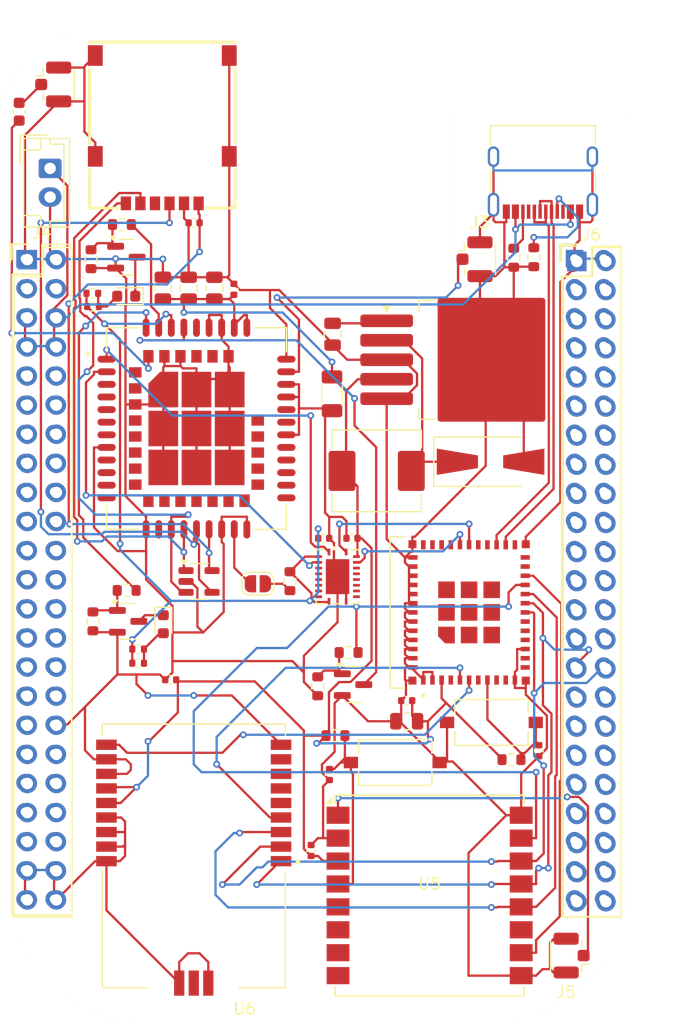
<source format=kicad_pcb>
(kicad_pcb (version 20240108) (generator "pcbnew") (generator_version "8.0")
  (layers (0 "F.Cu" signal) (31 "B.Cu" signal) (34 "B.Paste" user) (35 "F.Paste" user) (36 "B.SilkS" user "B.Silkscreen") (37 "F.SilkS" user "F.Silkscreen") (38 "B.Mask" user) (39 "F.Mask" user) (44 "Edge.Cuts" user))
  (net 0 "")
  (net 1 "GND")
  (net 2 "Net-(J2-In)")
  (net 3 "MCU_RST")
  (net 4 "GNSS_ANT")
  (net 5 "+1V8")
  (net 6 "SIM_VDD")
  (net 7 "Net-(D2-A)")
  (net 8 "Net-(D2-K)")
  (net 9 "SIM_DATA")
  (net 10 "SIM_CLK")
  (net 11 "SIM_RST")
  (net 12 "Net-(D4-K)")
  (net 13 "LORA_RST")
  (net 14 "VBUS")
  (net 15 "Net-(D1-A)")
  (net 16 "+3V3")
  (net 17 "Net-(D1-K)")
  (net 20 "+5V")
  (net 24 "RST")
  (net 33 "CS")
  (net 40 "Net-(JP1-A)")
  (net 41 "Net-(JP1-B)")
  (net 42 "Net-(Q1-B)")
  (net 43 "Net-(Q2-B)")
  (net 44 "PWR_KEY")
  (net 45 "Net-(Q3-B)")
  (net 46 "NETLIGHT")
  (net 47 "RF_ANT")
  (net 48 "SIM7080G_SCL")
  (net 49 "SIM7080G_SDA")
  (net 50 "STATUS")
  (net 51 "SIM7080G_RXD")
  (net 52 "SIM7080G_TXD")
  (net 57 "UART1_RXD")
  (net 58 "UART1_TXD")
  (net 67 "INT")
  (net 68 "SCLK")
  (net 74 "LORA_ANT")
  (net 88 "MISO")
  (net 101 "MOSI")
  (net 105 "SCK")
  (net 107 "SCL_1v8")
  (net 110 "SDA_1v8")
  (net 118 "USB_D-")
  (net 119 "USB_D+")
  (net 120 "Net-(J7-CC1)")
  (net 121 "Net-(J7-CC2)")
  (net 125 "LORA_CS")
  (net 126 "LORA_BUSY")
  (net 249 "RC_CS")
  (net 250 "RC_SDN")
  (footprint "Connector_PinHeader_2.54mm:PinHeader_2x23_P2.54mm_Vertical" (layer "F.Cu") (at 151.46 54.62)
    (property "Reference" "J6")
    (property "Value" "Conn_02x23_Odd_Even" (hide yes))
  )
  (footprint "modules:XCVR_ESP32-C3-MINI-1U-N4" (layer "F.Cu") (at 142.05 85.25 90)
    (property "Reference" "U1" (hide yes))
    (property "Value" "ESP32-C3-MINI-1U-H4")
  )
  (footprint "Resistor_SMD:R_0603_1608Metric" (layer "F.Cu") (at 111.725 51.4)
    (property "Reference" "R6" (hide yes))
    (property "Value" "4.7K")
  )
  (footprint "Capacitor_SMD:C_0805_2012Metric" (layer "F.Cu") (at 115.3 56.95 90)
    (property "Reference" "C1" (hide yes))
    (property "Value" "10uF")
  )
  (footprint "Connector_USB:USB_C_Receptacle_G-Switch_GT-USB-7010ASV" (layer "F.Cu") (at 148.5 46.55 180)
    (property "Reference" "J7" (hide yes))
    (property "Value" "USB_C_Receptacle_USB2.0_14P")
  )
  (footprint "Resistor_SMD:R_0603_1608Metric" (layer "F.Cu") (at 131.525 88.75)
    (property "Reference" "R2" (hide yes))
    (property "Value" "4.7K")
  )
  (footprint "Resistor_SMD:R_0402_1005Metric" (layer "F.Cu") (at 109.14 57.4 180)
    (property "Reference" "R12" (hide yes))
    (property "Value" "100")
  )
  (footprint "Capacitor_SMD:C_0603_1608Metric" (layer "F.Cu") (at 102.75 41.55 90)
    (property "Reference" "C7" (hide yes))
    (property "Value" "33pF")
  )
  (footprint "Resistor_SMD:R_0603_1608Metric" (layer "F.Cu") (at 130.375 96)
    (property "Reference" "R16" (hide yes))
    (property "Value" "10K")
  )
  (footprint "LED_SMD:LED_0603_1608Metric" (layer "F.Cu") (at 112.1 57.65 180)
    (property "Reference" "D1" (hide yes))
    (property "Value" "LED")
  )
  (footprint "Capacitor_SMD:C_0402_1005Metric" (layer "F.Cu") (at 118.03 51.25 180)
    (property "Reference" "C5" (hide yes))
    (property "Value" "0.1uF")
  )
  (footprint "modules:BB_Cape" (layer "F.Cu") (at 133.3 75.07)
    (property "Reference" "U4" (hide yes))
    (property "Value" "BEAGLEBONEBLACK" (hide yes))
    (fp_line (start -31.730256 -33.880256) (end -31.730256 33.429744) (stroke (width 0.00254)) (layer "Edge.Cuts"))
    (fp_line (start -19.030256 46.129744) (end 10.179744 46.129744) (stroke (width 0.00254)) (layer "Edge.Cuts"))
    (fp_line (start -10.775256 -40.230256) (end -25.380256 -40.230256) (stroke (width 0.00254)) (layer "Edge.Cuts"))
    (fp_line (start -10.775256 -18.640256) (end -10.775256 -40.230256) (stroke (width 0.00254)) (layer "Edge.Cuts"))
    (fp_line (start 7.004744 -33.245256) (end 7.004744 -18.640256) (stroke (width 0.00254)) (layer "Edge.Cuts"))
    (fp_line (start 7.004744 -18.640256) (end -10.775256 -18.640256) (stroke (width 0.00254)) (layer "Edge.Cuts"))
    (fp_line (start 22.879744 -33.245256) (end 7.004744 -33.245256) (stroke (width 0.00254)) (layer "Edge.Cuts"))
    (fp_line (start 22.879744 33.429744) (end 22.879744 -33.245256) (stroke (width 0.00254)) (layer "Edge.Cuts"))
    (fp_arc (start -31.730256 -33.880256) (mid -29.870384 -38.370384) (end -25.380256 -40.230256) (stroke (width 0.00254)) (layer "Edge.Cuts"))
    (fp_arc (start -19.030256 46.129744) (mid -28.010512 42.41) (end -31.730256 33.429744) (stroke (width 0.00254)) (layer "Edge.Cuts"))
    (fp_arc (start 22.879744 33.429744) (mid 19.16 42.41) (end 10.179744 46.129744) (stroke (width 0.00254)) (layer "Edge.Cuts"))
  )
  (footprint "Resistor_SMD:R_0603_1608Metric" (layer "F.Cu") (at 109.19 86.03 90)
    (property "Reference" "R11" (hide yes))
    (property "Value" "47K")
  )
  (footprint "RF_Module:Ai-Thinker-Ra-01-LoRa" (layer "F.Cu") (at 138.6 109.95)
    (property "Reference" "U5")
    (property "Value" "Ai-Thinker-Ra-01")
  )
  (footprint "modules:XCVR_SIM7080G" (layer "F.Cu") (at 118.2375 69.2)
    (property "Reference" "U2" (hide yes))
    (property "Value" "SIM7080G")
  )
  (footprint "Resistor_SMD:R_0402_1005Metric" (layer "F.Cu") (at 113.14 89.68 180)
    (property "Reference" "R7" (hide yes))
    (property "Value" "100")
  )
  (footprint "Capacitor_SMD:C_0805_2012Metric" (layer "F.Cu") (at 117.55 56.95 90)
    (property "Reference" "C2" (hide yes))
    (property "Value" "10uF")
  )
  (footprint "Capacitor_SMD:C_0805_2012Metric" (layer "F.Cu") (at 119.8 56.95 90)
    (property "Reference" "C3" (hide yes))
    (property "Value" "10uF")
  )
  (footprint "Package_TO_SOT_SMD:SOT-23-5" (layer "F.Cu") (at 118.4625 82.55)
    (property "Reference" "D3" (hide yes))
    (property "Value" "ESDA6V1SC5")
  )
  (footprint "Resistor_SMD:R_0402_1005Metric" (layer "F.Cu") (at 113.14 88.45 180)
    (property "Reference" "R13" (hide yes))
    (property "Value" "100")
  )
  (footprint "Capacitor_SMD:C_0402_1005Metric" (layer "F.Cu") (at 115.985 91.13 180)
    (property "Reference" "C19" (hide yes))
    (property "Value" "0.1uF")
  )
  (footprint "Package_TO_SOT_SMD:SOT-23" (layer "F.Cu") (at 131.9125 91.55)
    (property "Reference" "Q1" (hide yes))
    (property "Value" "SS8050")
  )
  (footprint "Capacitor_SMD:C_0402_1005Metric" (layer "F.Cu") (at 121.5 57.05 90)
    (property "Reference" "C4" (hide yes))
    (property "Value" "0.1uF")
  )
  (footprint "Diode_SMD:D_SMA-SMB_Universal_Handsoldering" (layer "F.Cu") (at 143.925 72.1)
    (property "Reference" "D4" (hide yes))
    (property "Value" "40V 3A 550mV@3A Schottky")
  )
  (footprint "Capacitor_SMD:C_0402_1005Metric" (layer "F.Cu") (at 148.15 97.32 -90)
    (property "Reference" "C13" (hide yes))
    (property "Value" "0.1uF")
  )
  (footprint "Resistor_SMD:R_0603_1608Metric" (layer "F.Cu") (at 126.4 82.525 -90)
    (property "Reference" "R1" (hide yes))
    (property "Value" "10K")
  )
  (footprint "Resistor_SMD:R_0603_1608Metric" (layer "F.Cu") (at 109.025 54.425 90)
    (property "Reference" "R9" (hide yes))
    (property "Value" "47K")
  )
  (footprint "Package_TO_SOT_SMD:TO-263-5_TabPin3" (layer "F.Cu") (at 142.5 63.2)
    (property "Reference" "U7" (hide yes))
    (property "Value" "LM2575S-3.3(UMW)")
  )
  (footprint "Resistor_SMD:R_0603_1608Metric" (layer "F.Cu") (at 147.7 54.25 90)
    (property "Reference" "R10" (hide yes))
    (property "Value" "5K1")
  )
  (footprint "Connector_JST:JST_EH_B2B-EH-A_1x02_P2.50mm_Vertical" (layer "F.Cu") (at 105.45 46.5 -90)
    (property "Reference" "J8" (hide yes))
    (property "Value" "BAT_JST_01x02")
  )
  (footprint "Connector_Coaxial:U.FL_Hirose_U.FL-R-SMT-1_Vertical" (layer "F.Cu") (at 142.525 54.425)
    (property "Reference" "J3")
    (property "Value" "Conn_Coaxial")
  )
  (footprint "LED_SMD:LED_0603_1608Metric" (layer "F.Cu") (at 115.34 86.28 -90)
    (property "Reference" "D2" (hide yes))
    (property "Value" "LED")
  )
  (footprint "Capacitor_SMD:C_1206_3216Metric" (layer "F.Cu") (at 130.075 66.17 -90)
    (property "Reference" "C18" (hide yes))
    (property "Value" "220uF")
  )
  (footprint "Connector_Coaxial:U.FL_Hirose_U.FL-R-SMT-1_Vertical" (layer "F.Cu") (at 151 115.2 180)
    (property "Reference" "J5")
    (property "Value" "Conn_Coaxial")
  )
  (footprint "Resistor_SMD:R_0603_1608Metric" (layer "F.Cu") (at 145.75 98.1)
    (property "Reference" "R14" (hide yes))
    (property "Value" "10K")
  )
  (footprint "Resistor_SMD:R_0603_1608Metric" (layer "F.Cu") (at 145.95 54.3 90)
    (property "Reference" "R8" (hide yes))
    (property "Value" "5K1")
  )
  (footprint "Capacitor_SMD:C_0805_2012Metric" (layer "F.Cu") (at 136.6 94.75 180)
    (property "Reference" "C11" (hide yes))
    (property "Value" "10uF")
  )
  (footprint "Resistor_SMD:R_0603_1608Metric" (layer "F.Cu") (at 112.14 83.33)
    (property "Reference" "R4" (hide yes))
    (property "Value" "4.7K")
  )
  (footprint "modules:SIM-SMD_NANO-SIM-XG6P-H1.35" (layer "F.Cu") (at 115.25 43.1 180)
    (property "Reference" "U8" (hide yes))
    (property "Value" "NANO SIM XG6P H1.35")
  )
  (footprint "Connector_PinHeader_2.54mm:PinHeader_2x23_P2.54mm_Vertical" (layer "F.Cu") (at 103.46 54.46)
    (property "Reference" "J4")
    (property "Value" "Conn_02x23_Odd_Even" (hide yes))
  )
  (footprint "Capacitor_SMD:C_0402_1005Metric" (layer "F.Cu") (at 129.35 78.78)
    (property "Reference" "C6" (hide yes))
    (property "Value" "0.1uF")
  )
  (footprint "Module:XCVR_RC-S2LP-868" (layer "F.Cu") (at 118 106.5 180)
    (property "Reference" "U6")
    (property "Value" "RC-S2LP-868")
  )
  (footprint "Capacitor_SMD:C_0402_1005Metric" (layer "F.Cu") (at 136.6 92.95 180)
    (property "Reference" "C12" (hide yes))
    (property "Value" "0.1uF")
  )
  (footprint "Capacitor_SMD:C_0402_1005Metric" (layer "F.Cu") (at 129.85 99.4 -90)
    (property "Reference" "C16" (hide yes))
    (property "Value" "0.1uF")
  )
  (footprint "Capacitor_SMD:C_0402_1005Metric" (layer "F.Cu") (at 128.25 106.03 90)
    (property "Reference" "C15" (hide yes))
    (property "Value" "0.1uF")
  )
  (footprint "Package_TO_SOT_SMD:SOT-23" (layer "F.Cu") (at 112.1125 54.25)
    (property "Reference" "Q3" (hide yes))
    (property "Value" "SS8050")
  )
  (footprint "Capacitor_SMD:C_0402_1005Metric" (layer "F.Cu") (at 131.82 78.78 180)
    (property "Reference" "C10" (hide yes))
    (property "Value" "0.1uF")
  )
  (footprint "Package_TO_SOT_SMD:SOT-23" (layer "F.Cu") (at 112.265 86.03)
    (property "Reference" "Q2" (hide yes))
    (property "Value" "SS8050")
  )
  (footprint "Button_Switch_SMD:SW_Tactile_SPST_NO_Straight_CK_PTS636Sx25SMTRLFS" (layer "F.Cu") (at 144 94.85)
    (property "Reference" "SW1" (hide yes))
    (property "Value" "SW_Push")
  )
  (footprint "Package_DFN_QFN:Texas_RGY_R-PVQFN-N20_EP2.05x3.05mm" (layer "F.Cu") (at 130.56 82.13)
    (property "Reference" "U3" (hide yes))
    (property "Value" "TXB0108RGY")
  )
  (footprint "Connector_Coaxial:U.FL_Hirose_U.FL-R-SMT-1_Vertical" (layer "F.Cu") (at 105.725 39.175)
    (property "Reference" "J2" (hide yes))
    (property "Value" "Conn_Coaxial")
  )
  (footprint "Resistor_SMD:R_0603_1608Metric" (layer "F.Cu") (at 128.825 91.7 90)
    (property "Reference" "R3" (hide yes))
    (property "Value" "47K")
  )
  (footprint "Button_Switch_SMD:SW_Tactile_SPST_NO_Straight_CK_PTS636Sx25SMTRLFS" (layer "F.Cu") (at 135.6 98.35 180)
    (property "Reference" "SW2" (hide yes))
    (property "Value" "SW_Push")
  )
  (footprint "Capacitor_SMD:C_0805_2012Metric" (layer "F.Cu") (at 130.125 60.97 -90)
    (property "Reference" "C17" (hide yes))
    (property "Value" "10uF")
  )
  (footprint "Inductor_SMD:L_Chilisin_BMRB00060624" (layer "F.Cu") (at 133.975 72.9 180)
    (property "Reference" "L3" (hide yes))
    (property "Value" "47uH/2A")
  )
  (footprint "Resistor_SMD:R_0402_1005Metric" (layer "F.Cu") (at 109.2 58.55 180)
    (property "Reference" "R5" (hide yes))
    (property "Value" "100")
  )
  (footprint "Jumper:SolderJumper-2_P1.3mm_Open_RoundedPad1.0x1.5mm" (layer "F.Cu") (at 123.6 82.75 180)
    (property "Reference" "JP1" (hide yes))
    (property "Value" "SolderJumper_2_Open")
  )
  (segment (start 140.6126 98.2628) (end 140.125 98.2628) (width 0.2) (layer "F.Cu") (net 1))
  (segment (start 121.1 36.65) (end 121.1 45.45) (width 0.2) (layer "F.Cu") (net 1))
  (segment (start 152.82 49.675) (end 152.82 51.0267) (width 0.2) (layer "F.Cu") (net 1))
  (segment (start 137.1 79.3) (end 137.1 79.9517) (width 0.2) (layer "F.Cu") (net 1))
  (segment (start 126.0875 66.45) (end 127.0884 66.45) (width 0.2) (layer "F.Cu") (net 1))
  (segment (start 108.4492 43.2975) (end 109.4 44.2483) (width 0.2) (layer "F.Cu") (net 1))
  (segment (start 112.0358 67.1) (end 112.0358 58.4917) (width 0.2) (layer "F.Cu") (net 1))
  (segment (start 145.1316 51.1967) (end 145.3 51.1967) (width 0.2) (layer "F.Cu") (net 1))
  (segment (start 136.4483 80.8991) (end 136.7992 81.25) (width 0.2) (layer "F.Cu") (net 1))
  (segment (start 136.7992 82.85) (end 136.7992 83.65) (width 0.2) (layer "F.Cu") (net 1))
  (segment (start 137.15 82.05) (end 136.7992 82.05) (width 0.2) (layer "F.Cu") (net 1))
  (segment (start 113.3134 67.1) (end 112.8875 67.1) (width 0.2) (layer "F.Cu") (net 1))
  (segment (start 149.4155 116.675) (end 149.1233 116.3828) (width 0.2) (layer "F.Cu") (net 1))
  (segment (start 146.6 99.35) (end 146.6 101.8983) (width 0.2) (layer "F.Cu") (net 1))
  (segment (start 111.54 106.96) (end 110.375 106.96) (width 0.2) (layer "F.Cu") (net 1))
  (segment (start 103.26 107.73) (end 103.26 107.75) (width 0.2) (layer "F.Cu") (net 1))
  (segment (start 129.85 99.88) (end 129.2983 100.4317) (width 0.2) (layer "F.Cu") (net 1))
  (segment (start 138.85 90.4483) (end 138.05 90.4483) (width 0.2) (layer "F.Cu") (net 1))
  (segment (start 109.025 55.25) (end 109.075 55.2) (width 0.2) (layer "F.Cu") (net 1))
  (segment (start 136.7992 81.25) (end 136.7992 82.05) (width 0.2) (layer "F.Cu") (net 1))
  (segment (start 136.9746 90.05) (end 138.05 91.1254) (width 0.2) (layer "F.Cu") (net 1))
  (segment (start 148.4689 116.3828) (end 147.9017 116.95) (width 0.2) (layer "F.Cu") (net 1))
  (segment (start 137.15 84.45) (end 136.7992 84.45) (width 0.2) (layer "F.Cu") (net 1))
  (segment (start 144.18 49.675) (end 144.18 50.4283) (width 0.2) (layer "F.Cu") (net 1))
  (segment (start 142 106.2498) (end 145.2998 102.95) (width 0.2) (layer "F.Cu") (net 1))
  (segment (start 136.4483 86.4991) (end 136.4483 86.05) (width 0.2) (layer "F.Cu") (net 1))
  (segment (start 136.4483 91.1144) (end 136.5339 91.2) (width 0.2) (layer "F.Cu") (net 1))
  (segment (start 151.7 52.7683) (end 151.7 51.1967) (width 0.2) (layer "F.Cu") (net 1))
  (segment (start 136.5339 92.5361) (end 136.12 92.95) (width 0.2) (layer "F.Cu") (net 1))
  (segment (start 136.4483 88.0991) (end 136.4483 87.65) (width 0.2) (layer "F.Cu") (net 1))
  (segment (start 136.4483 90.05) (end 136.4483 91.1144) (width 0.2) (layer "F.Cu") (net 1))
  (segment (start 113.8375 79.9004) (end 111.3528 79.9004) (width 0.2) (layer "F.Cu") (net 1))
  (segment (start 127.1892 67.4472) (end 127.1892 69.75) (width 0.2) (layer "F.Cu") (net 1))
  (segment (start 118.825 86.9983) (end 119.7789 86.0444) (width 0.2) (layer "F.Cu") (net 1))
  (segment (start 136.3172 66.6) (end 134.85 66.6) (width 0.2) (layer "F.Cu") (net 1))
  (segment (start 144.18 50.4283) (end 144.18 51.0267) (width 0.2) (layer "F.Cu") (net 1))
  (segment (start 127.6153 90.7) (end 127.6153 90.5) (width 0.2) (layer "F.Cu") (net 1))
  (segment (start 121.1375 72.6) (end 121.1375 69.2) (width 0.2) (layer "F.Cu") (net 1))
  (segment (start 103.26 110.27) (end 103.26 107.75) (width 0.2) (layer "F.Cu") (net 1))
  (segment (start 137.1 79.9517) (end 136.9466 79.9517) (width 0.2) (layer "F.Cu") (net 1))
  (segment (start 146.799 116.95) (end 146.6 116.95) (width 0.2) (layer "F.Cu") (net 1))
  (segment (start 136.7992 86.85) (end 136.4483 86.4991) (width 0.2) (layer "F.Cu") (net 1))
  (segment (start 112 105.5) (end 112 106.5) (width 0.2) (layer "F.Cu") (net 1))
  (segment (start 127.1892 65.35) (end 127.1892 66.45) (width 0.2) (layer "F.Cu") (net 1))
  (segment (start 136.7992 89.25) (end 136.4483 88.8991) (width 0.2) (layer "F.Cu") (net 1))
  (segment (start 138.05 91.15) (end 138.05 90.4483) (width 0.2) (layer "F.Cu") (net 1))
  (segment (start 116.73 115.77) (end 117.5 115) (width 0.2) (layer "F.Cu") (net 1))
  (segment (start 148.8411 97.1089) (end 148.15 97.8) (width 0.2) (layer "F.Cu") (net 1))
  (segment (start 146.05 91.15) (end 146.05 91.8517) (width 0.2) (layer "F.Cu") (net 1))
  (segment (start 138.05 91.1254) (end 138.05 91.15) (width 0.2) (layer "F.Cu") (net 1))
  (segment (start 150.0212 56.4066) (end 150.0212 75.6271) (width 0.2) (layer "F.Cu") (net 1))
  (segment (start 145.3992 102.95) (end 145.2998 102.95) (width 0.2) (layer "F.Cu") (net 1))
  (segment (start 109.2858 77.8334) (end 109.2858 70.85) (width 0.2) (layer "F.Cu") (net 1))
  (segment (start 103.26 43.59) (end 106.2 40.65) (width 0.2) (layer "F.Cu") (net 1))
  (segment (start 106.9667 95.03) (end 105.8 95.03) (width 0.2) (layer "F.Cu") (net 1))
  (segment (start 136.7992 85.25) (end 136.4483 84.8991) (width 0.2) (layer "F.Cu") (net 1))
  (segment (start 109.075 55.2) (end 111.175 55.2) (width 0.2) (layer "F.Cu") (net 1))
  (segment (start 108.49835 93.49835) (end 106.9667 95.03) (width 0.2) (layer "F.Cu") (net 1))
  (segment (start 130.56 82.13) (end 131.31 82.88) (width 0.2) (layer "F.Cu") (net 1))
  (segment (start 121.0375 62.0483) (end 120.4909 61.5017) (width 0.2) (layer "F.Cu") (net 1))
  (segment (start 116.1345 89.5) (end 116.1345 90.5005) (width 0.2) (layer "F.Cu") (net 1))
  (segment (start 111.3275 90.6692) (end 111.3275 86.98) (width 0.2) (layer "F.Cu") (net 1))
  (segment (start 136.7992 86.05) (end 136.4483 86.05) (width 0.2) (layer "F.Cu") (net 1))
  (segment (start 140.125 98.2628) (end 140.125 94.85) (width 0.2) (layer "F.Cu") (net 1))
  (segment (start 106.2 37.7) (end 108.4492 37.7) (width 0.2) (layer "F.Cu") (net 1))
  (segment (start 130.964 76.9124) (end 129.83 76.9124) (width 0.2) (layer "F.Cu") (net 1))
  (segment (start 136.7992 89.25) (end 136.4483 89.25) (width 0.2) (layer "F.Cu") (net 1))
  (segment (start 129.85 99.88) (end 129.1968 99.2268) (width 0.2) (layer "F.Cu") (net 1))
  (segment (start 152.82 45.475) (end 152.82 49.675) (width 0.2) (layer "F.Cu") (net 1))
  (segment (start 143 55.9) (end 144.3566 55.9) (width 0.2) (layer "F.Cu") (net 1))
  (segment (start 137.15 80.45) (end 136.4483 80.45) (width 0.2) (layer "F.Cu") (net 1))
  (segment (start 149.1233 116.3828) (end 149.1233 114.0579) (width 0.2) (layer "F.Cu") (net 1))
  (segment (start 120.4375 78) (end 120.4375 79.1017) (width 0.2) (layer "F.Cu") (net 1))
  (segment (start 133.225 94.75) (end 135.65 94.75) (width 0.2) (layer "F.Cu") (net 1))
  (segment (start 105.45 54.04) (end 105.45 49) (width 0.2) (layer "F.Cu") (net 1))
  (segment (start 115.3 56) (end 117.55 56) (width 0.2) (layer "F.Cu") (net 1))
  (segment (start 144.18 51.0267) (end 144.35 51.1967) (width 0.2) (layer "F.Cu") (net 1))
  (segment (start 127.6153 91.3153) (end 127.6153 90.7) (width 0.2) (layer "F.Cu") (net 1))
  (segment (start 137.15 86.05) (end 136.7992 86.05) (width 0.2) (layer "F.Cu") (net 1))
  (segment (start 127.1892 66.4515) (end 127.1892 67.4472) (width 0.2) (layer "F.Cu") (net 1))
  (segment (start 130.125 61.92) (end 130.125 61.7759) (width 0.2) (layer "F.Cu") (net 1))
  (segment (start 112.0358 67.1) (end 112.0358 75.0966) (width 0.2) (layer "F.Cu") (net 1))
  (segment (start 136.4483 80.45) (end 134.85 78.8517) (width 0.2) (layer "F.Cu") (net 1))
  (segment (start 150.9941 55.4337) (end 150.0212 56.4066) (width 0.2) (layer "F.Cu") (net 1))
  (segment (start 145.95 59.95) (end 145.95 55.125) (width 0.2) (layer "F.Cu") (net 1))
  (segment (start 137.15 90.05) (end 136.9746 90.05) (width 0.2) (layer "F.Cu") (net 1))
  (segment (start 108.4492 37.7) (end 108.4492 40.65) (width 0.2) (layer "F.Cu") (net 1))
  (segment (start 120.4375 60.4) (end 120.4375 61.5017) (width 0.2) (layer "F.Cu") (net 1))
  (segment (start 108.4492 40.65) (end 108.4492 43.2975) (width 0.2) (layer "F.Cu") (net 1))
  (segment (start 145.1316 55.125) (end 145.1316 51.1967) (width 0.2) (layer "F.Cu") (net 1))
  (segment (start 109.4 36.65) (end 108.4492 37.6008) (width 0.2) (layer "F.Cu") (net 1))
  (segment (start 153.8 54.37) (end 153.8 54.36) (width 0.2) (layer "F.Cu") (net 1))
  (segment (start 124.659 57.117) (end 124.659 58.684) (width 0.2) (layer "F.Cu") (net 1))
  (segment (start 113 91.5) (end 113 90.6692) (width 0.2) (layer "F.Cu") (net 1))
  (segment (start 131.405 63.2) (end 130.125 61.92) (width 0.2) (layer "F.Cu") (net 1))
  (segment (start 110.375 103.15) (end 111.65 103.15) (width 0.2) (layer "F.Cu") (net 1))
  (segment (start 120.4375 78) (end 120.4375 76.8983) (width 0.2) (layer "F.Cu") (net 1))
  (segment (start 127.0884 65.35) (end 127.1877 65.35) (width 0.2) (layer "F.Cu") (net 1))
  (segment (start 143.5 63.2) (end 143.5 72.4567) (width 0.2) (layer "F.Cu") (net 1))
  (segment (start 105.8 110.27) (end 105.8 110.29) (width 0.2) (layer "F.Cu") (net 1))
  (segment (start 149.4562 113.725) (end 150.525 113.725) (width 0.2) (layer "F.Cu") (net 1))
  (segment (start 112.8875 67.1) (end 112.0358 67.1) (width 0.2) (layer "F.Cu") (net 1))
  (segment (start 108.49835 93.49835) (end 108.49835 97.29335) (width 0.2) (layer "F.Cu") (net 1))
  (segment (start 147 79.3) (end 147 78.6483) (width 0.2) (layer "F.Cu") (net 1))
  (segment (start 128.85 104.95) (end 128.25 105.55) (width 0.2) (layer "F.Cu") (net 1))
  (segment (start 125.625 96.8) (end 121.325 92.5) (width 0.2) (layer "F.Cu") (net 1))
  (segment (start 112 106.5) (end 111.54 106.96) (width 0.2) (layer "F.Cu") (net 1))
  (segment (start 115.0442 90.6692) (end 113 90.6692) (width 0.2) (layer "F.Cu") (net 1))
  (segment (start 109.315 86.98) (end 109.19 86.855) (width 0.2) (layer "F.Cu") (net 1))
  (segment (start 127.1877 66.45) (end 127.1892 66.45) (width 0.2) (layer "F.Cu") (net 1))
  (segment (start 146.425 60.425) (end 145.95 59.95) (width 0.2) (layer "F.Cu") (net 1))
  (segment (start 116.8375 63.7502) (end 116.8375 63.7517) (width 0.2) (layer "F.Cu") (net 1))
  (segment (start 110.375 111.245) (end 116.73 117.6) (width 0.2) (layer "F.Cu") (net 1))
  (segment (start 108.49835 97.29335) (end 109.275 98.07) (width 0.2) (layer "F.Cu") (net 1))
  (segment (start 136.7992 83.65) (end 136.7992 84.45) (width 0.2) (layer "F.Cu") (net 1))
  (segment (start 129.1968 99.2268) (end 129.1968 98.5237) (width 0.2) (layer "F.Cu") (net 1))
  (segment (start 114 92.5) (end 113 91.5) (width 0.2) (layer "F.Cu") (net 1))
  (segment (start 136.7992 85.25) (end 136.4483 85.25) (width 0.2) (layer "F.Cu") (net 1))
  (segment (start 149.1233 116.3828) (end 148.4689 116.3828) (width 0.2) (layer "F.Cu") (net 1))
  (segment (start 127.1877 66.45) (end 127.1892 66.4515) (width 0.2) (layer "F.Cu") (net 1))
  (segment (start 145.3 50.275) (end 145.3 51.1967) (width 0.2) (layer "F.Cu") (net 1))
  (segment (start 136.12 94.9078) (end 136.12 94.75) (width 0.2) (layer "F.Cu") (net 1))
  (segment (start 145.1316 55.125) (end 145.95 55.125) (width 0.2) (layer "F.Cu") (net 1))
  (segment (start 136.4483 87.2991) (end 136.4483 86.85) (width 0.2) (layer "F.Cu") (net 1))
  (segment (start 121.1375 63.8517) (end 121.0375 63.7517) (width 0.2) (layer "F.Cu") (net 1))
  (segment (start 143 62.7) (end 143.5 63.2) (width 0.2) (layer "F.Cu") (net 1))
  (segment (start 105.8 110.27) (end 105.8 107.75) (width 0.2) (layer "F.Cu") (net 1))
  (segment (start 137.15 88.45) (end 136.7992 88.45) (width 0.2) (layer "F.Cu") (net 1))
  (segment (start 128.825 92.525) (end 127.6153 91.3153) (width 0.2) (layer "F.Cu") (net 1))
  (segment (start 116.8375 62.9) (end 116.8375 63.7502) (width 0.2) (layer "F.Cu") (net 1))
  (segment (start 112.1 56.125) (end 111.175 55.2) (width 0.2) (layer "F.Cu") (net 1))
  (segment (start 136.7992 87.65) (end 136.4483 87.2991) (width 0.2) (layer "F.Cu") (net 1))
  (segment (start 111.92 104.42) (end 112 104.5) (width 0.2) (layer "F.Cu") (net 1))
  (segment (start 136.4483 89.6991) (end 136.4483 89.25) (width 0.2) (layer "F.Cu") (net 1))
  (segment (start 134.85 63.2) (end 136.2953 63.2) (width 0.2) (layer "F.Cu") (net 1))
  (segment (start 108.4492 37.6008) (end 108.4492 37.7) (width 0.2) (layer "F.Cu") (net 1))
  (segment (start 130.56 86.0968) (end 130.56 82.13) (width 0.2) (layer "F.Cu") (net 1))
  (segment (start 137.15 86.85) (end 136.7992 86.85) (width 0.2) (layer "F.Cu") (net 1))
  (segment (start 113.8375 77.55) (end 113.8375 78) (width 0.2) (layer "F.Cu") (net 1))
  (segment (start 121.325 92.5) (end 118 92.5) (width 0.2) (layer "F.Cu") (net 1))
  (segment (start 112.1 58.4275) (end 112.1 56.125) (width 0.2) (layer "F.Cu") (net 1))
  (segment (start 118.2375 64.8741) (end 118.2375 63.9483) (width 0.2) (layer "F.Cu") (net 1))
  (segment (start 130.6 104.95) (end 129.2983 104.95) (width 0.2) (layer "F.Cu") (net 1))
  (segment (start 140.125 98.2628) (end 139.5622 98.2628) (width 0.2) (layer "F.Cu") (net 1))
  (segment (start 143 55.9) (end 143 57.7698) (width 0.2) (layer "F.Cu") (net 1))
  (segment (start 147 92.4196) (end 148.8411 94.2607) (width 0.2) (layer "F.Cu") (net 1))
  (segment (start 143 51.6083) (end 143 52.95) (width 0.2) (layer "F.Cu") (net 1))
  (segment (start 119.3375 59.2983) (end 120.4375 59.2983) (width 0.2) (layer "F.Cu") (net 1))
  (segment (start 118.2375 64.8741) (end 120.3877 64.8741) (width 0.2) (layer "F.Cu") (net 1))
  (segment (start 139.5186 98.3064) (end 139.475 98.35) (width 0.2) (layer "F.Cu") (net 1))
  (segment (start 113 90.6692) (end 111.3275 90.6692) (width 0.2) (layer "F.Cu") (net 1))
  (segment (start 130.2462 79.1962) (end 129.83 78.78) (width 0.2) (layer "F.Cu") (net 1))
  (segment (start 137.15 85.25) (end 136.7992 85.25) (width 0.2) (layer "F.Cu") (net 1))
  (segment (start 130.975 92.5) (end 133.225 94.75) (width 0.2) (layer "F.Cu") (net 1))
  (segment (start 137.15 89.25) (end 136.7992 89.25) (width 0.2) (layer "F.Cu") (net 1))
  (segment (start 126.0875 65.35) (end 127.0884 65.35) (width 0.2) (layer "F.Cu") (net 1))
  (segment (start 139.5622 98.2628) (end 139.5186 98.3064) (width 0.2) (layer "F.Cu") (net 1))
  (segment (start 127.6153 89.0415) (end 130.56 86.0968) (width 0.2) (layer "F.Cu") (net 1))
  (segment (start 117.55 56) (end 117.55 51.25) (width 0.2) (layer "F.Cu") (net 1))
  (segment (start 121.5 56.57) (end 120.93 56) (width 0.2) (layer "F.Cu") (net 1))
  (segment (start 121.0375 62.9) (end 121.0375 62.0483) (width 0.2) (layer "F.Cu") (net 1))
  (segment (start 120.6126 79.2768) (end 120.4375 79.1017) (width 0.2) (layer "F.Cu") (net 1))
  (segment (start 117.5 115) (end 118.5 115) (width 0.2) (layer "F.Cu") (net 1))
  (segment (start 106.2 40.65) (end 108.4492 40.65) (width 0.2) (layer "F.Cu") (net 1))
  (segment (start 136.7992 88.45) (end 136.4483 88.0991) (width 0.2) (layer "F.Cu") (net 1))
  (segment (start 112.5 98.5) (end 112.5 99) (width 0.2) (layer "F.Cu") (net 1))
  (segment (start 130.2462 81.8162) (end 130.2462 79.1962) (width 0.2) (layer "F.Cu") (net 1))
  (segment (start 115.4375 63.7502) (end 115.4375 63.7517) (width 0.2) (layer "F.Cu") (net 1))
  (segment (start 124.659 58.684) (end 126.0875 60.1125) (width 0.2) (layer "F.Cu") (net 1))
  (segment (start 130.3014 93.1736) (end 130.975 92.5) (width 0.2) (layer "F.Cu") (net 1))
  (segment (start 115.3375 67.1) (end 115.3375 65.8) (width 0.2) (layer "F.Cu") (net 1))
  (segment (start 117.716 82.55) (end 118.318 83.152) (width 0.2) (layer "F.Cu") (net 1))
  (segment (start 110.375 106.96) (end 109.38 106.96) (width 0.2) (layer "F.Cu") (net 1))
  (segment (start 112.07 98.07) (end 112.5 98.5) (width 0.2) (layer "F.Cu") (net 1))
  (segment (start 137.15 87.65) (end 136.7992 87.65) (width 0.2) (layer "F.Cu") (net 1))
  (segment (start 120.4375 60.4) (end 120.4375 59.2983) (width 0.2) (layer "F.Cu") (net 1))
  (segment (start 134.85 63.2) (end 131.405 63.2) (width 0.2) (layer "F.Cu") (net 1))
  (segment (start 115.3 56) (end 115.3 54.41) (width 0.2) (layer "F.Cu") (net 1))
  (segment (start 113.8375 79.9004) (end 113.8375 82.3851) (width 0.2) (layer "F.Cu") (net 1))
  (segment (start 137.15 81.25) (end 136.7992 81.25) (width 0.2) (layer "F.Cu") (net 1))
  (segment (start 144.3566 55.9) (end 145.1316 55.125) (width 0.2) (layer "F.Cu") (net 1))
  (segment (start 122.047 57.117) (end 124.659 57.117) (width 0.2) (layer "F.Cu") (net 1))
  (segment (start 136.7992 90.05) (end 136.4483 89.6991) (width 0.2) (layer "F.Cu") (net 1))
  (segment (start 121.0375 63.225) (end 121.0375 62.9) (width 0.2) (layer "F.Cu") (net 1))
  (segment (start 111.3275 86.98) (end 109.315 86.98) (width 0.2) (layer "F.Cu") (net 1))
  (segment (start 136.7992 90.05) (end 136.4483 90.05) (width 0.2) (layer "F.Cu") (net 1))
  (segment (start 143 59) (end 141.575 60.425) (width 0.2) (layer "F.Cu") (net 1))
  (segment (start 147.7 55.075) (end 146 55.075) (width 0.2) (layer "F.Cu") (net 1))
  (segment (start 115.3375 65.8) (end 115.3375 63.8517) (width 0.2) (layer "F.Cu") (net 1))
  (segment (start 110.3875 70.85) (end 109.2858 70.85) (width 0.2) (layer "F.Cu") (net 1))
  (segment (start 146.799 116.95) (end 147.9017 116.95) (width 0.2) (layer "F.Cu") (net 1))
  (segment (start 151.26 54.36) (end 151.26 53.2083) (width 0.2) (layer "F.Cu") (net 1))
  (segment (start 127.0884 66.45) (end 127.1877 66.45) (width 0.2) (layer "F.Cu") (net 1))
  (segment (start 146.6 116.95) (end 142 116.95) (width 0.2) (layer "F.Cu") (net 1))
  (segment (start 121.5 56.57) (end 122.047 57.117) (width 0.2) (layer "F.Cu") (net 1))
  (segment (start 110.375 105.69) (end 111.81 105.69) (width 0.2) (layer "F.Cu") (net 1))
  (segment (start 115.3375 63.8517) (end 115.4375 63.7517) (width 0.2) (layer "F.Cu") (net 1))
  (segment (start 144.35 51.1967) (end 145.1316 51.1967) (width 0.2) (layer "F.Cu") (net 1))
  (segment (start 130.3014 97.4191) (end 130.3014 93.1736) (width 0.2) (layer "F.Cu") (net 1))
  (segment (start 136.7992 82.05) (end 136.7992 82.85) (width 0.2) (layer "F.Cu") (net 1))
  (segment (start 134.85 78.8517) (end 134.85 66.6) (width 0.2) (layer "F.Cu") (net 1))
  (segment (start 144.18 50.4283) (end 143 51.6083) (width 0.2) (layer "F.Cu") (net 1))
  (segment (start 136.12 94.75) (end 136.12 92.95) (width 0.2) (layer "F.Cu") (net 1))
  (segment (start 143 57.7698) (end 143 59) (width 0.2) (layer "F.Cu") (net 1))
  (segment (start 138.85 91.15) (end 138.85 90.4483) (width 0.2) (layer "F.Cu") (net 1))
  (segment (start 129.83 76.9124) (end 129.4723 76.5547) (width 0.2) (layer "F.Cu") (net 1))
  (segment (start 115.505 91.13) (end 115.0442 90.6692) (width 0.2) (layer "F.Cu") (net 1))
  (segment (start 109.275 98.07) (end 110.375 98.07) (width 0.2) (layer "F.Cu") (net 1))
  (segment (start 111.81 105.69) (end 112 105.5) (width 0.2) (layer "F.Cu") (net 1))
  (segment (start 137.4998 64.4045) (end 137.4998 65.4174) (width 0.2) (layer "F.Cu") (net 1))
  (segment (start 113.8375 78) (end 113.8375 79.9004) (width 0.2) (layer "F.Cu") (net 1))
  (segment (start 129.4723 76.5547) (end 129.4723 67.645) (width 0.2) (layer "F.Cu") (net 1))
  (segment (start 130.125 61.7759) (end 125.4661 57.117) (width 0.2) (layer "F.Cu") (net 1))
  (segment (start 120.4375 76.8983) (end 122.6375 76.8983) (width 0.2) (layer "F.Cu") (net 1))
  (segment (start 126.0875 60.1125) (end 126.0875 63.15) (width 0.2) (layer "F.Cu") (net 1))
  (segment (start 151.26 55.4337) (end 150.9941 55.4337) (width 0.2) (layer "F.Cu") (net 1))
  (segment (start 109.4 45.45) (end 109.4 44.2483) (width 0.2) (layer "F.Cu") (net 1))
  (segment (start 103.26 54.39) (end 103.26 43.59) (width 0.2) (layer "F.Cu") (net 1))
  (segment (start 139.5186 98.3064) (end 136.12 94.9078) (width 0.2) (layer "F.Cu") (net 1))
  (segment (start 136.7992 86.05) (end 136.4483 85.6991) (width 0.2) (layer "F.Cu") (net 1))
  (segment (start 136.7992 88.45) (end 136.4483 88.45) (width 0.2) (layer "F.Cu") (net 1))
  (segment (start 121.1375 69.2) (end 121.1375 65.8) (width 0.2) (layer "F.Cu") (net 1))
  (segment (start 137.15 82.85) (end 136.7992 82.85) (width 0.2) (layer "F.Cu") (net 1))
  (segment (start 118.318 83.152) (end 118.318 86.4913) (width 0.2) (layer "F.Cu") (net 1))
  (segment (start 121.0375 63.225) (end 121.0375 63.7517) (width 0.2) (layer "F.Cu") (net 1))
  (segment (start 115.3375 69.2) (end 115.3375 67.1) (width 0.2) (layer "F.Cu") (net 1))
  (segment (start 137.15 83.65) (end 136.7992 83.65) (width 0.2) (layer "F.Cu") (net 1))
  (segment (start 146.2483 90.25) (end 146.05 90.4483) (width 0.2) (layer "F.Cu") (net 1))
  (segment (start 117.325 82.55) (end 117.716 82.55) (width 0.2) (layer "F.Cu") (net 1))
  (segment (start 115.4375 62.9) (end 115.4375 63.6508) (width 0.2) (layer "F.Cu") (net 1))
  (segment (start 118.2375 69.2) (end 118.2375 65.8) (width 0.2) (layer "F.Cu") (net 1))
  (segment (start 129.1968 98.5237) (end 130.3014 97.4191) (width 0.2) (layer "F.Cu") (net 1))
  (segment (start 115.4375 63.6508) (end 115.4375 63.7502) (width 0.2) (layer "F.Cu") (net 1))
  (segment (start 143.5 63.2) (end 144 63.2) (width 0.2) (layer "F.Cu") (net 1))
  (segment (start 150.525 116.675) (end 149.4155 116.675) (width 0.2) (layer "F.Cu") (net 1))
  (segment (start 143.5 72.4567) (end 137.3084 78.6483) (width 0.2) (layer "F.Cu") (net 1))
  (segment (start 150.0212 75.6271) (end 147 78.6483) (width 0.2) (layer "F.Cu") (net 1))
  (segment (start 152.65 51.1967) (end 151.7 51.1967) (width 0.2) (layer "F.Cu") (net 1))
  (segment (start 146.425 60.425) (end 146.425 65.975) (width 0.2) (layer "F.Cu") (net 1))
  (segment (start 115.4375 63.7502) (end 116.8375 63.7502) (width 0.2) (layer "F.Cu") (net 1))
  (segment (start 127.6153 90.5) (end 127.6153 89.0415) (width 0.2) (layer "F.Cu") (net 1))
  (segment (start 105.8 54.39) (end 105.45 54.04) (width 0.2) (layer "F.Cu") (net 1))
  (segment (start 112.0358 58.4917) (end 112.1 58.4275) (width 0.2) (layer "F.Cu") (net 1))
  (segment (start 131.34 78.78) (end 131.34 77.2884) (width 0.2) (layer "F.Cu") (net 1))
  (segment (start 136.2953 63.2) (end 137.4998 64.4045) (width 0.2) (layer "F.Cu") (net 1))
  (segment (start 112.0358 75.0966) (end 113.8375 76.8983) (width 0.2) (layer "F.Cu") (net 1))
  (segment (start 117.15 49.55) (end 117.15 50.85) (width 0.2) (layer "F.Cu") (net 1))
  (segment (start 146.05 91.8517) (end 147 91.8517) (width 0.2) (layer "F.Cu") (net 1))
  (segment (start 146.6 102.95) (end 145.3992 102.95) (width 0.2) (layer "F.Cu") (net 1))
  (segment (start 129.2745 67.4472) (end 127.1892 67.4472) (width 0.2) (layer "F.Cu") (net 1))
  (segment (start 113.3134 67.1) (end 113.7392 67.1) (width 0.2) (layer "F.Cu") (net 1))
  (segment (start 149.1233 114.0579) (end 149.4562 113.725) (width 0.2) (layer "F.Cu") (net 1))
  (segment (start 143 57.7698) (end 143 62.7) (width 0.2) (layer "F.Cu") (net 1))
  (segment (start 105.8 54.39) (end 105.8 54.41) (width 0.2) (layer "F.Cu") (net 1))
  (segment (start 136.9466 79.9517) (end 136.4483 80.45) (width 0.2) (layer "F.Cu") (net 1))
  (segment (start 126.6153 89.5) (end 127.6153 90.5) (width 0.2) (layer "F.Cu") (net 1))
  (segment (start 146 55.075) (end 145.95 55.125) (width 0.2) (layer "F.Cu") (net 1))
  (segment (start 136.4483 84.8991) (end 136.4483 84.45) (width 0.2) (layer "F.Cu") (net 1))
  (segment (start 136.7992 84.45) (end 136.4483 84.45) (width 0.2) (layer "F.Cu") (net 1))
  (segment (start 136.9746 90.05) (end 136.7992 90.05) (width 0.2) (layer "F.Cu") (net 1))
  (segment (start 148.15 97.8) (end 146.6 99.35) (width 0.2) (layer "F.Cu") (net 1))
  (segment (start 144.18 45.475) (end 144.18 49.675) (width 0.2) (layer "F.Cu") (net 1))
  (segment (start 121.0375 64.2243) (end 121.0375 63.7517) (width 0.2) (layer "F.Cu") (net 1))
  (segment (start 125.4661 57.117) (end 124.659 57.117) (width 0.2) (layer "F.Cu") (net 1))
  (segment (start 129.2983 100.4317) (end 129.2983 104.95) (width 0.2) (layer "F.Cu") (net 1))
  (segment (start 116.1345 89.5) (end 126.6153 89.5) (width 0.2) (layer "F.Cu") (net 1))
  (segment (start 113.8375 82.3851) (end 116.1345 84.6821) (width 0.2) (layer "F.Cu") (net 1))
  (segment (start 127.1877 65.35) (end 127.1892 65.35) (width 0.2) (layer "F.Cu") (net 1))
  (segment (start 145.2998 102.95) (end 140.6126 98.2628) (width 0.2) (layer "F.Cu") (net 1))
  (segment (start 151.7 50.275) (end 151.7 51.1967) (width 0.2) (layer "F.Cu") (net 1))
  (segment (start 111.3528 79.9004) (end 109.2858 77.8334) (width 0.2) (layer "F.Cu") (net 1))
  (segment (start 112 103.5) (end 112 104.5) (width 0.2) (layer "F.Cu") (net 1))
  (segment (start 118.2375 69.2) (end 118.2375 72.6) (width 0.2) (layer "F.Cu") (net 1))
  (segment (start 137.4998 65.4174) (end 136.3172 66.6) (width 0.2) (layer "F.Cu") (net 1))
  (segment (start 136.7992 86.85) (end 136.4483 86.85) (width 0.2) (layer "F.Cu") (net 1))
  (segment (start 146.825 66.375) (end 146.825 72.1) (width 0.2) (layer "F.Cu") (net 1))
  (segment (start 116.1345 90.5005) (end 115.505 91.13) (width 0.2) (layer "F.Cu") (net 1))
  (segment (start 146.2483 88.45) (end 146.2483 90.25) (width 0.2) (layer "F.Cu") (net 1))
  (segment (start 142 116.95) (end 142 106.2498) (width 0.2) (layer "F.Cu") (net 1))
  (segment (start 118.2375 65.8) (end 118.2375 64.8741) (width 0.2) (layer "F.Cu") (net 1))
  (segment (start 113.8375 77.55) (end 113.8375 76.8983) (width 0.2) (layer "F.Cu") (net 1))
  (segment (start 146.6 102.95) (end 146.6 101.8983) (width 0.2) (layer "F.Cu") (net 1))
  (segment (start 129.2983 104.95) (end 128.85 104.95) (width 0.2) (layer "F.Cu") (net 1))
  (segment (start 131.34 77.2884) (end 130.964 76.9124) (width 0.2) (layer "F.Cu") (net 1))
  (segment (start 126.0875 69.75) (end 127.1892 69.75) (width 0.2) (layer "F.Cu") (net 1))
  (segment (start 112.5 99) (end 112.16 99.34) (width 0.2) (layer "F.Cu") (net 1))
  (segment (start 122.6375 78) (end 122.6375 76.8983) (width 0.2) (layer "F.Cu") (net 1))
  (segment (start 110.375 104.42) (end 111.92 104.42) (width 0.2) (layer "F.Cu") (net 1))
  (segment (start 146.95 88.45) (end 146.2483 88.45) (width 0.2) (layer "F.Cu") (net 1))
  (segment (start 146.05 91.15) (end 146.05 90.4483) (width 0.2) (layer "F.Cu") (net 1))
  (segment (start 111.65 103.15) (end 112 103.5) (width 0.2) (layer "F.Cu") (net 1))
  (segment (start 111.3275 90.6692) (end 108.49835 93.49835) (width 0.2) (layer "F.Cu") (net 1))
  (segment (start 109.38 106.96) (end 106 110.34) (width 0.2) (layer "F.Cu") (net 1))
  (segment (start 130.56 82.13) (end 130.2462 81.8162) (width 0.2) (layer "F.Cu") (net 1))
  (segment (start 151.26 54.37) (end 151.26 54.36) (width 0.2) (layer "F.Cu") (net 1))
  (segment (start 112 104.5) (end 112 105.5) (width 0.2) (layer "F.Cu") (net 1))
  (segment (start 136.4483 80.45) (end 136.4483 80.8991) (width 0.2) (layer "F.Cu") (net 1))
  (segment (start 120.4909 61.5017) (end 120.4375 61.5017) (width 0.2) (layer "F.Cu") (net 1))
  (segment (start 121.1 55.83) (end 120.93 56) (width 0.2) (layer "F.Cu") (net 1))
  (segment (start 110.375 106.96) (end 110.375 111.245) (width 0.2) (layer "F.Cu") (net 1))
  (segment (start 116.1345 86.9983) (end 116.1345 89.5) (width 0.2) (layer "F.Cu") (net 1))
  (segment (start 116.1345 86.9983) (end 118.825 86.9983) (width 0.2) (layer "F.Cu") (net 1))
  (segment (start 118.318 86.4913) (end 118.825 86.9983) (width 0.2) (layer "F.Cu") (net 1))
  (segment (start 119.3375 60.4) (end 119.3375 59.2983) (width 0.2) (layer "F.Cu") (net 1))
  (segment (start 116.73 117.6) (end 116.73 115.77) (width 0.2) (layer "F.Cu") (net 1))
  (segment (start 151.26 54.37) (end 151.26 55.4337) (width 0.2) (layer "F.Cu") (net 1))
  (segment (start 119.27 115.77) (end 119.27 117.6) (width 0.2) (layer "F.Cu") (net 1))
  (segment (start 141.575 60.425) (end 141.575 65.975) (width 0.2) (layer "F.Cu") (net 1))
  (segment (start 129.4723 67.645) (end 129.2745 67.4472) (width 0.2) (layer "F.Cu") (net 1))
  (segment (start 148.8411 94.2607) (end 148.8411 97.1089) (width 0.2) (layer "F.Cu") (net 1))
  (segment (start 118.2375 63.9483) (end 117.0341 63.9483) (width 0.2) (layer "F.Cu") (net 1))
  (segment (start 117.55 56) (end 119.8 56) (width 0.2) (layer "F.Cu") (net 1))
  (segment (start 117.15 50.85) (end 117.55 51.25) (width 0.2) (layer "F.Cu") (net 1))
  (segment (start 129.4723 67.645) (end 130.075 67.645) (width 0.2) (layer "F.Cu") (net 1))
  (segment (start 147 91.2) (end 147 91.8517) (width 0.2) (layer "F.Cu") (net 1))
  (segment (start 137.1 79.3) (end 137.1 78.6483) (width 0.2) (layer "F.Cu") (net 1))
  (segment (start 136.5339 91.2) (end 136.5339 92.5361) (width 0.2) (layer "F.Cu") (net 1))
  (segment (start 121.1375 65.8) (end 121.1375 63.8517) (width 0.2) (layer "F.Cu") (net 1))
  (segment (start 118.5 115) (end 119.27 115.77) (width 0.2) (layer "F.Cu") (net 1))
  (segment (start 136.4483 85.6991) (end 136.4483 85.25) (width 0.2) (layer "F.Cu") (net 1))
  (segment (start 103.26 110.29) (end 103.26 110.27) (width 0.2) (layer "F.Cu") (net 1))
  (segment (start 116.1345 84.6821) (end 116.1345 86.9983) (width 0.2) (layer "F.Cu") (net 1))
  (segment (start 120.3877 64.8741) (end 121.0375 64.2243) (width 0.2) (layer "F.Cu") (net 1))
  (segment (start 115.3375 72.6) (end 115.3375 69.2) (width 0.2) (layer "F.Cu") (net 1))
  (segment (start 129.83 78.78) (end 129.83 76.9124) (width 0.2) (layer "F.Cu") (net 1))
  (segment (start 146.425 65.975) (end 146.825 66.375) (width 0.2) (layer "F.Cu") (net 1))
  (segment (start 136.4483 88.8991) (end 136.4483 88.45) (width 0.2) (layer "F.Cu") (net 1))
  (segment (start 110.375 98.07) (end 112.07 98.07) (width 0.2) (layer "F.Cu") (net 1))
  (segment (start 103.26 54.41) (end 103.26 54.39) (width 0.2) (layer "F.Cu") (net 1))
  (segment (start 137.3084 78.6483) (end 137.1 78.6483) (width 0.2) (layer "F.Cu") (net 1))
  (segment (start 152.82 51.0267) (end 152.65 51.1967) (width 0.2) (layer "F.Cu") (net 1))
  (segment (start 120.93 56) (end 119.8 56) (width 0.2) (layer "F.Cu") (net 1))
  (segment (start 112.16 99.34) (end 110.375 99.34) (width 0.2) (layer "F.Cu") (net 1))
  (segment (start 136.7992 87.65) (end 136.4483 87.65) (width 0.2) (layer "F.Cu") (net 1))
  (segment (start 111.175 54.3758) (end 111.175 55.2) (width 0.2) (layer "F.Cu") (net 1))
  (segment (start 131.31 82.88) (end 131.31 84.28) (width 0.2) (layer "F.Cu") (net 1))
  (segment (start 137.1 91.2) (end 136.5339 91.2) (width 0.2) (layer "F.Cu") (net 1))
  (segment (start 121.1 45.45) (end 121.1 55.83) (width 0.2) (layer "F.Cu") (net 1))
  (segment (start 115.3375 67.1) (end 113.7392 67.1) (width 0.2) (layer "F.Cu") (net 1))
  (segment (start 117.0341 63.9483) (end 116.8375 63.7517) (width 0.2) (layer "F.Cu") (net 1))
  (segment (start 120.6126 85.2107) (end 120.6126 79.2768) (width 0.2) (layer "F.Cu") (net 1))
  (segment (start 151.26 53.2083) (end 151.7 52.7683) (width 0.2) (layer "F.Cu") (net 1))
  (segment (start 135.65 94.75) (end 136.12 94.75) (width 0.2) (layer "F.Cu") (net 1))
  (segment (start 147 91.8517) (end 147 92.4196) (width 0.2) (layer "F.Cu") (net 1))
  (segment (start 119.7789 86.0444) (end 120.6126 85.2107) (width 0.2) (layer "F.Cu") (net 1))
  (segment (start 105.8 107.73) (end 105.8 107.75) (width 0.2) (layer "F.Cu") (net 1))
  (via (at 111.175 54.3758) (size 0.6) (drill 0.3) (layers "F.Cu" "B.Cu") (net 1))
  (via (at 118 92.5) (size 0.6) (drill 0.3) (layers "F.Cu" "B.Cu") (net 1))
  (via (at 115.3 54.41) (size 0.6) (drill 0.3) (layers "F.Cu" "B.Cu") (net 1))
  (via (at 114 92.5) (size 0.6) (drill 0.3) (layers "F.Cu" "B.Cu") (net 1))
  (segment (start 105.8 54.41) (end 103.26 54.41) (width 0.2) (layer "B.Cu") (net 1))
  (segment (start 152.82 46.6767) (end 144.18 46.6767) (width 0.2) (layer "B.Cu") (net 1))
  (segment (start 111.175 54.41) (end 111.175 54.3758) (width 0.2) (layer "B.Cu") (net 1))
  (segment (start 111.175 54.41) (end 115.3 54.41) (width 0.2) (layer "B.Cu") (net 1))
  (segment (start 152.82 45.475) (end 152.82 46.6767) (width 0.2) (layer "B.Cu") (net 1))
  (segment (start 105.8 54.41) (end 111.175 54.41) (width 0.2) (layer "B.Cu") (net 1))
  (segment (start 118 92.5) (end 114 92.5) (width 0.2) (layer "B.Cu") (net 1))
  (segment (start 105.8 107.73) (end 103.26 107.73) (width 0.2) (layer "B.Cu") (net 1))
  (segment (start 144.18 45.475) (end 144.18 46.6767) (width 0.2) (layer "B.Cu") (net 1))
  (segment (start 153.8 54.37) (end 151.26 54.37) (width 0.2) (layer "B.Cu") (net 1))
  (segment (start 103.075 40.775) (end 104.675 39.175) (width 0.2) (layer "F.Cu") (net 2))
  (segment (start 102.75 40.775) (end 103.075 40.775) (width 0.2) (layer "F.Cu") (net 2))
  (segment (start 147.875 96.565) (end 147.875 94.85) (width 0.2) (layer "F.Cu") (net 3))
  (segment (start 146.575 97.5254) (end 146.9146 97.5254) (width 0.2) (layer "F.Cu") (net 3))
  (segment (start 143.65 91.15) (end 143.65 94.6004) (width 0.2) (layer "F.Cu") (net 3))
  (segment (start 146.575 98.1) (end 146.575 97.5254) (width 0.2) (layer "F.Cu") (net 3))
  (segment (start 148.15 96.84) (end 147.875 96.565) (width 0.2) (layer "F.Cu") (net 3))
  (segment (start 146.9146 97.5254) (end 147.875 96.565) (width 0.2) (layer "F.Cu") (net 3))
  (segment (start 143.65 94.6004) (end 146.575 97.5254) (width 0.2) (layer "F.Cu") (net 3))
  (segment (start 114.0375 62.9) (end 114.0375 63.9578) (width 0.2) (layer "F.Cu") (net 4))
  (segment (start 102.75 42.325) (end 102.1083 42.9667) (width 0.2) (layer "F.Cu") (net 4))
  (segment (start 102.1083 42.9667) (end 102.1083 60.8771) (width 0.2) (layer "F.Cu") (net 4))
  (via (at 114.0375 63.9578) (size 0.6) (drill 0.3) (layers "F.Cu" "B.Cu") (net 4))
  (via (at 102.1083 60.8771) (size 0.6) (drill 0.3) (layers "F.Cu" "B.Cu") (net 4))
  (segment (start 110.9568 60.8771) (end 114.0375 63.9578) (width 0.2) (layer "B.Cu") (net 4))
  (segment (start 102.1083 60.8771) (end 110.9568 60.8771) (width 0.2) (layer "B.Cu") (net 4))
  (segment (start 116.0375 60.4) (end 116.0375 59.2983) (width 0.2) (layer "F.Cu") (net 5))
  (segment (start 126.4 81.7) (end 128.283 83.583) (width 0.2) (layer "F.Cu") (net 5))
  (segment (start 127.72 80.38) (end 126.4 81.7) (width 0.2) (layer "F.Cu") (net 5))
  (segment (start 108.69 58.55) (end 110.199 60.059) (width 0.2) (layer "F.Cu") (net 5))
  (segment (start 128.91 80.38) (end 127.72 80.38) (width 0.2) (layer "F.Cu") (net 5))
  (segment (start 128.5329 84.3483) (end 129.7417 84.3483) (width 0.2) (layer "F.Cu") (net 5))
  (segment (start 112.63 89.68) (end 112.63 88.45) (width 0.2) (layer "F.Cu") (net 5))
  (segment (start 115.6629 59.2983) (end 116.0375 59.2983) (width 0.2) (layer "F.Cu") (net 5))
  (segment (start 111.5617 61.4233) (end 110.199 60.0606) (width 0.2) (layer "F.Cu") (net 5))
  (segment (start 108.63 57.4) (end 108.63 58.49) (width 0.2) (layer "F.Cu") (net 5))
  (segment (start 108.63 58.49) (end 108.69 58.55) (width 0.2) (layer "F.Cu") (net 5))
  (segment (start 128.283 84.0984) (end 128.1397 84.2417) (width 0.2) (layer "F.Cu") (net 5))
  (segment (start 110.199 60.059) (end 110.199 60.0606) (width 0.2) (layer "F.Cu") (net 5))
  (segment (start 128.87 77.95) (end 128.87 78.78) (width 0.2) (layer "F.Cu") (net 5))
  (segment (start 128.283 84.0984) (end 128.5329 84.3483) (width 0.2) (layer "F.Cu") (net 5))
  (segment (start 128.283 83.583) (end 128.283 84.0984) (width 0.2) (layer "F.Cu") (net 5))
  (segment (start 111.5617 79.2585) (end 111.5617 61.4233) (width 0.2) (layer "F.Cu") (net 5))
  (segment (start 115.5716 59.207) (end 115.6629 59.2983) (width 0.2) (layer "F.Cu") (net 5))
  (segment (start 129.7417 84.3483) (end 129.81 84.28) (width 0.2) (layer "F.Cu") (net 5))
  (segment (start 112.63 88.45) (end 112.63 87.6196) (width 0.2) (layer "F.Cu") (net 5))
  (via (at 111.5617 79.2585) (size 0.6) (drill 0.3) (layers "F.Cu" "B.Cu") (net 5))
  (via (at 112.63 87.6196) (size 0.6) (drill 0.3) (layers "F.Cu" "B.Cu") (net 5))
  (via (at 110.199 60.0606) (size 0.6) (drill 0.3) (layers "F.Cu" "B.Cu") (net 5))
  (via (at 128.1397 84.2417) (size 0.6) (drill 0.3) (layers "F.Cu" "B.Cu") (net 5))
  (via (at 128.87 77.95) (size 0.6) (drill 0.3) (layers "F.Cu" "B.Cu") (net 5))
  (via (at 115.5716 59.207) (size 0.6) (drill 0.3) (layers "F.Cu" "B.Cu") (net 5))
  (segment (start 128.1397 84.2417) (end 128.87 83.5114) (width 0.2) (layer "B.Cu") (net 5))
  (segment (start 128.87 83.5114) (end 128.87 77.95) (width 0.2) (layer "B.Cu") (net 5))
  (segment (start 116.0079 84.2417) (end 111.5617 79.7955) (width 0.2) (layer "B.Cu") (net 5))
  (segment (start 112.63 87.6196) (end 116.0079 84.2417) (width 0.2) (layer "B.Cu") (net 5))
  (segment (start 116.0079 84.2417) (end 128.1397 84.2417) (width 0.2) (layer "B.Cu") (net 5))
  (segment (start 110.199 60.0606) (end 114.718 60.0606) (width 0.2) (layer "B.Cu") (net 5))
  (segment (start 114.718 60.0606) (end 115.5716 59.207) (width 0.2) (layer "B.Cu") (net 5))
  (segment (start 111.5617 79.7955) (end 111.5617 79.2585) (width 0.2) (layer "B.Cu") (net 5))
  (segment (start 119.3375 81.3375) (end 119.3375 80.0591) (width 0.2) (layer "F.Cu") (net 6))
  (segment (start 119.3375 80.0591) (end 119.3375 78) (width 0.2) (layer "F.Cu") (net 6))
  (segment (start 107.0782 77.4633) (end 107.1595 77.5446) (width 0.2) (layer "F.Cu") (net 6))
  (segment (start 118.42 49.9504) (end 118.42 49.55) (width 0.2) (layer "F.Cu") (net 6))
  (segment (start 107.0782 58.3044) (end 107.0782 77.4633) (width 0.2) (layer "F.Cu") (net 6))
  (segment (start 118.51 50.5417) (end 118.51 51.25) (width 0.2) (layer "F.Cu") (net 6))
  (segment (start 118.42 49.9504) (end 118.42 50.3508) (width 0.2) (layer "F.Cu") (net 6))
  (segment (start 119.6 81.6) (end 119.3375 81.3375) (width 0.2) (layer "F.Cu") (net 6))
  (segment (start 118.51 51.25) (end 118.51 53.7775) (width 0.2) (layer "F.Cu") (net 6))
  (segment (start 118.42 50.4502) (end 118.42 50.4517) (width 0.2) (layer "F.Cu") (net 6))
  (segment (start 118.42 50.4517) (end 118.51 50.5417) (width 0.2) (layer "F.Cu") (net 6))
  (segment (start 118.42 50.3508) (end 118.42 50.4502) (width 0.2) (layer "F.Cu") (net 6))
  (via (at 119.3375 80.0591) (size 0.6) (drill 0.3) (layers "F.Cu" "B.Cu") (net 6))
  (via (at 107.0782 58.3044) (size 0.6) (drill 0.3) (layers "F.Cu" "B.Cu") (net 6))
  (via (at 107.1595 77.5446) (size 0.6) (drill 0.3) (layers "F.Cu" "B.Cu") (net 6))
  (via (at 118.51 53.7775) (size 0.6) (drill 0.3) (layers "F.Cu" "B.Cu") (net 6))
  (segment (start 115.6626 56.6249) (end 118.51 53.7775) (width 0.2) (layer "B.Cu") (net 6))
  (segment (start 119.3375 79.7927) (end 117.0894 77.5446) (width 0.2) (layer "B.Cu") (net 6))
  (segment (start 107.0782 58.3044) (end 108.7577 56.6249) (width 0.2) (layer "B.Cu") (net 6))
  (segment (start 117.0894 77.5446) (end 107.1595 77.5446) (width 0.2) (layer "B.Cu") (net 6))
  (segment (start 119.3375 80.0591) (end 119.3375 79.7927) (width 0.2) (layer "B.Cu") (net 6))
  (segment (start 108.7577 56.6249) (end 115.6626 56.6249) (width 0.2) (layer "B.Cu") (net 6))
  (segment (start 115.0325 87.0675) (end 113.65 88.45) (width 0.2) (layer "F.Cu") (net 7))
  (segment (start 115.34 87.0675) (end 115.0325 87.0675) (width 0.2) (layer "F.Cu") (net 7))
  (segment (start 113.65 89.68) (end 113.65 88.45) (width 0.2) (layer "F.Cu") (net 7))
  (segment (start 115.34 85.4925) (end 113.74 85.4925) (width 0.2) (layer "F.Cu") (net 8))
  (segment (start 113.74 85.4925) (end 113.2025 86.03) (width 0.2) (layer "F.Cu") (net 8))
  (segment (start 108.0226 52.8457) (end 111.3183 49.55) (width 0.2) (layer "F.Cu") (net 9))
  (segment (start 108.0816 57.8889) (end 108.0226 57.8299) (width 0.2) (layer "F.Cu") (net 9))
  (segment (start 116.0375 78.45) (end 116.0375 79.1017) (width 0.2) (layer "F.Cu") (net 9))
  (segment (start 108.6046 59.3773) (end 108.4683 59.3773) (width 0.2) (layer "F.Cu") (net 9))
  (segment (start 116.0375 82.5647) (end 116.9728 83.5) (width 0.2) (layer "F.Cu") (net 9))
  (segment (start 116.0375 76.8983) (end 117.335 76.8983) (width 0.2) (layer "F.Cu") (net 9))
  (segment (start 112.07 49.55) (end 111.3183 49.55) (width 0.2) (layer "F.Cu") (net 9))
  (segment (start 108.4683 59.3773) (end 108.0816 58.9906) (width 0.2) (layer "F.Cu") (net 9))
  (segment (start 116.0375 78) (end 116.0375 76.8983) (width 0.2) (layer "F.Cu") (net 9))
  (segment (start 116.9728 83.5) (end 117.325 83.5) (width 0.2) (layer "F.Cu") (net 9))
  (segment (start 109.2151 59.9878) (end 108.6046 59.3773) (width 0.2) (layer "F.Cu") (net 9))
  (segment (start 109.2151 63.7002) (end 109.2151 59.9878) (width 0.2) (layer "F.Cu") (net 9))
  (segment (start 116.0375 78.45) (end 116.0375 78) (width 0.2) (layer "F.Cu") (net 9))
  (segment (start 108.6782 64.2371) (end 109.2151 63.7002) (width 0.2) (layer "F.Cu") (net 9))
  (segment (start 108.0816 58.9906) (end 108.0816 57.8889) (width 0.2) (layer "F.Cu") (net 9))
  (segment (start 117.335 76.8983) (end 117.5148 76.7185) (width 0.2) (layer "F.Cu") (net 9))
  (segment (start 116.0375 79.1017) (end 116.0375 82.5647) (width 0.2) (layer "F.Cu") (net 9))
  (segment (start 108.0226 57.8299) (end 108.0226 52.8457) (width 0.2) (layer "F.Cu") (net 9))
  (via (at 117.5148 76.7185) (size 0.6) (drill 0.3) (layers "F.Cu" "B.Cu") (net 9))
  (via (at 108.6782 64.2371) (size 0.6) (drill 0.3) (layers "F.Cu" "B.Cu") (net 9))
  (segment (start 107.9464 75.2462) (end 109.4187 76.7185) (width 0.2) (layer "B.Cu") (net 9))
  (segment (start 108.6782 64.2371) (end 107.9464 64.9689) (width 0.2) (layer "B.Cu") (net 9))
  (segment (start 107.9464 64.9689) (end 107.9464 75.2462) (width 0.2) (layer "B.Cu") (net 9))
  (segment (start 109.4187 76.7185) (end 117.5148 76.7185) (width 0.2) (layer "B.Cu") (net 9))
  (segment (start 107.5536 58.6799) (end 107.5536 76.9279) (width 0.2) (layer "F.Cu") (net 10))
  (segment (start 113.34 49.55) (end 113.34 48.6483) (width 0.2) (layer "F.Cu") (net 10))
  (segment (start 107.5536 76.9279) (end 107.8215 77.1958) (width 0.2) (layer "F.Cu") (net 10))
  (segment (start 107.6799 58.0552) (end 107.6799 58.5536) (width 0.2) (layer "F.Cu") (net 10))
  (segment (start 107.5536 57.9289) (end 107.6799 58.0552) (width 0.2) (layer "F.Cu") (net 10))
  (segment (start 117.1375 81.4125) (end 117.1375 79.9884) (width 0.2) (layer "F.Cu") (net 10))
  (segment (start 107.6799 58.5536) (end 107.5536 58.6799) (width 0.2) (layer "F.Cu") (net 10))
  (segment (start 107.8215 77.1958) (end 107.8215 79.0489) (width 0.2) (layer "F.Cu") (net 10))
  (segment (start 107.5536 52.5824) (end 107.5536 57.9289) (width 0.2) (layer "F.Cu") (net 10))
  (segment (start 111.4877 48.6483) (end 107.5536 52.5824) (width 0.2) (layer "F.Cu") (net 10))
  (segment (start 117.1375 79.9884) (end 117.1375 78) (width 0.2) (layer "F.Cu") (net 10))
  (segment (start 113.34 48.6483) (end 111.4877 48.6483) (width 0.2) (layer "F.Cu") (net 10))
  (segment (start 117.325 81.6) (end 117.1375 81.4125) (width 0.2) (layer "F.Cu") (net 10))
  (via (at 107.8215 79.0489) (size 0.6) (drill 0.3) (layers "F.Cu" "B.Cu") (net 10))
  (via (at 117.1375 79.9884) (size 0.6) (drill 0.3) (layers "F.Cu" "B.Cu") (net 10))
  (segment (start 109.9854 79.0489) (end 107.8215 79.0489) (width 0.2) (layer "B.Cu") (net 10))
  (segment (start 115.775 78.6259) (end 110.4084 78.6259) (width 0.2) (layer "B.Cu") (net 10))
  (segment (start 110.4084 78.6259) (end 109.9854 79.0489) (width 0.2) (layer "B.Cu") (net 10))
  (segment (start 117.1375 79.9884) (end 115.775 78.6259) (width 0.2) (layer "B.Cu") (net 10))
  (segment (start 118.4625 82.3625) (end 119.6 83.5) (width 0.2) (layer "F.Cu") (net 11))
  (segment (start 118.2375 78.568) (end 118.2375 79.1017) (width 0.2) (layer "F.Cu") (net 11))
  (segment (start 118.2375 78.568) (end 118.0082 78.7973) (width 0.2) (layer "F.Cu") (net 11))
  (segment (start 118.2375 79.1017) (end 118.4625 79.3267) (width 0.2) (layer "F.Cu") (net 11))
  (segment (start 118.2375 78.0025) (end 118.2375 78.568) (width 0.2) (layer "F.Cu") (net 11))
  (segment (start 115.88 50.4517) (end 115.88 51.2486) (width 0.2) (layer "F.Cu") (net 11))
  (segment (start 118.0082 78.7973) (end 118.0082 79.3155) (width 0.2) (layer "F.Cu") (net 11))
  (segment (start 118.2375 78.0025) (end 118.2375 78) (width 0.2) (layer "F.Cu") (net 11))
  (segment (start 115.88 49.55) (end 115.88 50.4517) (width 0.2) (layer "F.Cu") (net 11))
  (segment (start 118.4625 79.3267) (end 118.4625 82.3625) (width 0.2) (layer "F.Cu") (net 11))
  (segment (start 104.6483 51.2486) (end 104.6483 76.478) (width 0.2) (layer "F.Cu") (net 11))
  (via (at 104.6483 76.478) (size 0.6) (drill 0.3) (layers "F.Cu" "B.Cu") (net 11))
  (via (at 118.0082 79.3155) (size 0.6) (drill 0.3) (layers "F.Cu" "B.Cu") (net 11))
  (via (at 115.88 51.2486) (size 0.6) (drill 0.3) (layers "F.Cu" "B.Cu") (net 11))
  (via (at 104.6483 51.2486) (size 0.6) (drill 0.3) (layers "F.Cu" "B.Cu") (net 11))
  (segment (start 110.1949 78.2131) (end 109.983 78.425) (width 0.2) (layer "B.Cu") (net 11))
  (segment (start 118.0082 79.3155) (end 116.9058 78.2131) (width 0.2) (layer "B.Cu") (net 11))
  (segment (start 105.3137 78.425) (end 104.6483 77.7596) (width 0.2) (layer "B.Cu") (net 11))
  (segment (start 115.88 51.2486) (end 104.6483 51.2486) (width 0.2) (layer "B.Cu") (net 11))
  (segment (start 116.9058 78.2131) (end 110.1949 78.2131) (width 0.2) (layer "B.Cu") (net 11))
  (segment (start 104.6483 77.7596) (end 104.6483 76.478) (width 0.2) (layer "B.Cu") (net 11))
  (segment (start 109.983 78.425) (end 105.3137 78.425) (width 0.2) (layer "B.Cu") (net 11))
  (segment (start 137.9506 72.1) (end 137.9506 63.0922) (width 0.2) (layer "F.Cu") (net 12))
  (segment (start 136.3584 61.5) (end 134.85 61.5) (width 0.2) (layer "F.Cu") (net 12))
  (segment (start 137.8 72.1) (end 137 72.9) (width 0.2) (layer "F.Cu") (net 12))
  (segment (start 141.025 72.1) (end 137.9506 72.1) (width 0.2) (layer "F.Cu") (net 12))
  (segment (start 137.9506 72.1) (end 137.8 72.1) (width 0.2) (layer "F.Cu") (net 12))
  (segment (start 137.9506 63.0922) (end 136.3584 61.5) (width 0.2) (layer "F.Cu") (net 12))
  (segment (start 130.6 108.95) (end 131.9017 108.95) (width 0.2) (layer "F.Cu") (net 13))
  (segment (start 130.821 98.35) (end 131.2 97.971) (width 0.2) (layer "F.Cu") (net 13))
  (segment (start 129.85 98.92) (end 130.251 98.92) (width 0.2) (layer "F.Cu") (net 13))
  (segment (start 131.273 98.35) (end 131.725 98.35) (width 0.2) (layer "F.Cu") (net 13))
  (segment (start 131.725 98.35) (end 131.725 99.1517) (width 0.2) (layer "F.Cu") (net 13))
  (segment (start 130.251 98.92) (end 130.821 98.35) (width 0.2) (layer "F.Cu") (net 13))
  (segment (start 131.2 97.971) (end 131.2 96) (width 0.2) (layer "F.Cu") (net 13))
  (segment (start 131.273 98.35) (end 130.821 98.35) (width 0.2) (layer "F.Cu") (net 13))
  (segment (start 131.9017 99.3284) (end 131.9017 108.95) (width 0.2) (layer "F.Cu") (net 13))
  (segment (start 131.725 99.1517) (end 131.9017 99.3284) (width 0.2) (layer "F.Cu") (net 13))
  (segment (start 134.63 60.02) (end 134.85 59.8) (width 0.2) (layer "F.Cu") (net 14))
  (segment (start 130.125 60.02) (end 134.63 60.02) (width 0.2) (layer "F.Cu") (net 14))
  (segment (start 110.4125 58.55) (end 111.3125 57.65) (width 0.2) (layer "F.Cu") (net 15))
  (segment (start 109.71 58.55) (end 110.4125 58.55) (width 0.2) (layer "F.Cu") (net 15))
  (segment (start 109.65 58.49) (end 109.65 57.4) (width 0.2) (layer "F.Cu") (net 15))
  (segment (start 109.71 58.55) (end 109.65 58.49) (width 0.2) (layer "F.Cu") (net 15))
  (segment (start 113 100.5) (end 111.62 101.88) (width 0.2) (layer "F.Cu") (net 16))
  (segment (start 132.6633 78.78) (end 133.5309 79.6476) (width 0.2) (layer "F.Cu") (net 16))
  (segment (start 117.55 57.9) (end 119.8 57.9) (width 0.2) (layer "F.Cu") (net 16))
  (segment (start 110.485 100.5) (end 110.375 100.61) (width 0.2) (layer "F.Cu") (net 16))
  (segment (start 123.33285 91.275) (end 127.6157 95.55785) (width 0.2) (layer "F.Cu") (net 16))
  (segment (start 130.6951 91.3273) (end 129.8102 92.2122) (width 0.2) (layer "F.Cu") (net 16))
  (segment (start 127.6157 105.8757) (end 128.25 106.51) (width 0.2) (layer "F.Cu") (net 16))
  (segment (start 115.3 57.9) (end 117.1376 57.9) (width 0.2) (layer "F.Cu") (net 16))
  (segment (start 114.087386 96.5) (end 114 96.5) (width 0.2) (layer "F.Cu") (net 16))
  (segment (start 116.465 91.13) (end 116.61 91.275) (width 0.2) (layer "F.Cu") (net 16))
  (segment (start 116.61 91.275) (end 116.61 93.38) (width 0.2) (layer "F.Cu") (net 16))
  (segment (start 113 100.5) (end 110.485 100.5) (width 0.2) (layer "F.Cu") (net 16))
  (segment (start 121.5375 60.149) (end 122.3882 59.2983) (width 0.2) (layer "F.Cu") (net 16))
  (segment (start 116.61 91.275) (end 123.33285 91.275) (width 0.2) (layer "F.Cu") (net 16))
  (segment (start 132.3 80.29) (end 132.3 78.78) (width 0.2) (layer "F.Cu") (net 16))
  (segment (start 121.5375 60.4) (end 121.5375 60.2745) (width 0.2) (layer "F.Cu") (net 16))
  (segment (start 130.075 63.3958) (end 130.075 64.695) (width 0.2) (layer "F.Cu") (net 16))
  (segment (start 131.6852 91.3273) (end 130.6951 91.3273) (width 0.2) (layer "F.Cu") (net 16))
  (segment (start 122.3882 59.2983) (end 122.6375 59.2983) (width 0.2) (layer "F.Cu") (net 16))
  (segment (start 129.8102 92.2122) (end 129.8102 95.7398) (width 0.2) (layer "F.Cu") (net 16))
  (segment (start 132.21 80.38) (end 132.3 80.29) (width 0.2) (layer "F.Cu") (net 16))
  (segment (start 131.3064 65.9264) (end 131.3064 72.5436) (width 0.2) (layer "F.Cu") (net 16))
  (segment (start 139.65 92.7531) (end 139.65 91.15) (width 0.2) (layer "F.Cu") (net 16))
  (segment (start 138.45 94.75) (end 138.45 96.0796) (width 0.2) (layer "F.Cu") (net 16))
  (segment (start 132.3 74.25) (end 132.3 78.78) (width 0.2) (layer "F.Cu") (net 16))
  (segment (start 122.6375 60.4) (end 122.6375 59.2983) (width 0.2) (layer "F.Cu") (net 16))
  (segment (start 111.62 101.88) (end 110.375 101.88) (width 0.2) (layer "F.Cu") (net 16))
  (segment (start 127.6157 96) (end 129.55 96) (width 0.2) (layer "F.Cu") (net 16))
  (segment (start 137.08 94.28) (end 137.08 92.95) (width 0.2) (layer "F.Cu") (net 16))
  (segment (start 140.0485 93.1515) (end 139.65 92.7531) (width 0.2) (layer "F.Cu") (net 16))
  (segment (start 116.61 93.977386) (end 114.087386 96.5) (width 0.2) (layer "F.Cu") (net 16))
  (segment (start 130.05 106.95) (end 129.2983 106.95) (width 0.2) (layer "F.Cu") (net 16))
  (segment (start 128.25 106.51) (end 128.8583 106.51) (width 0.2) (layer "F.Cu") (net 16))
  (segment (start 121.5375 60.2745) (end 121.5375 58.3075) (width 0.2) (layer "F.Cu") (net 16))
  (segment (start 132.3328 64.9) (end 131.3064 65.9264) (width 0.2) (layer "F.Cu") (net 16))
  (segment (start 130.95 72.9) (end 132.3 74.25) (width 0.2) (layer "F.Cu") (net 16))
  (segment (start 133.5309 79.6476) (end 133.5309 89.4816) (width 0.2) (layer "F.Cu") (net 16))
  (segment (start 140.0485 93.1515) (end 138.45 94.75) (width 0.2) (layer "F.Cu") (net 16))
  (segment (start 128.8583 106.51) (end 129.2983 106.95) (width 0.2) (layer "F.Cu") (net 16))
  (segment (start 121.5375 60.2745) (end 121.5375 60.149) (width 0.2) (layer "F.Cu") (net 16))
  (segment (start 127.6157 95.55785) (end 127.6157 96) (width 0.2) (layer "F.Cu") (net 16))
  (segment (start 130.05 106.95) (end 130.6 106.95) (width 0.2) (layer "F.Cu") (net 16))
  (segment (start 117.1376 57.9) (end 117.1376 59.0781) (width 0.2) (layer "F.Cu") (net 16))
  (segment (start 131.3064 72.5436) (end 130.95 72.9) (width 0.2) (layer "F.Cu") (net 16))
  (segment (start 137.55 94.75) (end 138.45 94.75) (width 0.2) (layer "F.Cu") (net 16))
  (segment (start 132.3 78.78) (end 132.6633 78.78) (width 0.2) (layer "F.Cu") (net 16))
  (segment (start 130.075 64.695) (end 131.3064 65.9264) (width 0.2) (layer "F.Cu") (net 16))
  (segment (start 144.925 98.1) (end 144.925 98.0281) (width 0.2) (layer "F.Cu") (net 16))
  (segment (start 137.55 94.75) (end 137.08 94.28) (width 0.2) (layer "F.Cu") (net 16))
  (segment (start 121.5375 58.3075) (end 121.13 57.9) (width 0.2) (layer "F.Cu") (net 16))
  (segment (start 134.85 64.9) (end 132.3328 64.9) (width 0.2) (layer "F.Cu") (net 16))
  (segment (start 121.13 57.9) (end 121.5 57.53) (width 0.2) (layer "F.Cu") (net 16))
  (segment (start 144.925 98.0281) (end 140.0485 93.1515) (width 0.2) (layer "F.Cu") (net 16))
  (segment (start 133.5309 89.4816) (end 131.6852 91.3273) (width 0.2) (layer "F.Cu") (net 16))
  (segment (start 128.8763 96.6737) (end 128.73 96.6737) (width 0.2) (layer "F.Cu") (net 16))
  (segment (start 127.6157 96) (end 127.6157 105.8757) (width 0.2) (layer "F.Cu") (net 16))
  (segment (start 129.55 96) (end 128.8763 96.6737) (width 0.2) (layer "F.Cu") (net 16))
  (segment (start 119.8 57.9) (end 121.13 57.9) (width 0.2) (layer "F.Cu") (net 16))
  (segment (start 129.8102 95.7398) (end 129.55 96) (width 0.2) (layer "F.Cu") (net 16))
  (segment (start 138.45 96.0796) (end 138.6846 96.3142) (width 0.2) (layer "F.Cu") (net 16))
  (segment (start 116.61 93.38) (end 116.61 93.977386) (width 0.2) (layer "F.Cu") (net 16))
  (segment (start 117.1376 57.9) (end 117.55 57.9) (width 0.2) (layer "F.Cu") (net 16))
  (via (at 130.075 63.3958) (size 0.6) (drill 0.3) (layers "F.Cu" "B.Cu") (net 16))
  (via (at 117.1376 59.0781) (size 0.6) (drill 0.3) (layers "F.Cu" "B.Cu") (net 16))
  (via (at 128.73 96.6737) (size 0.6) (drill 0.3) (layers "F.Cu" "B.Cu") (net 16))
  (via (at 138.6846 96.3142) (size 0.6) (drill 0.3) (layers "F.Cu" "B.Cu") (net 16))
  (via (at 113 100.5) (size 0.6) (drill 0.3) (layers "F.Cu" "B.Cu") (net 16))
  (via (at 114 96.5) (size 0.6) (drill 0.3) (layers "F.Cu" "B.Cu") (net 16))
  (segment (start 130.075 63.3958) (end 125.7573 59.0781) (width 0.2) (layer "B.Cu") (net 16))
  (segment (start 114 99.5) (end 113 100.5) (width 0.2) (layer "B.Cu") (net 16))
  (segment (start 114 96.5) (end 114 99.5) (width 0.2) (layer "B.Cu") (net 16))
  (segment (start 138.3251 96.6737) (end 128.73 96.6737) (width 0.2) (layer "B.Cu") (net 16))
  (segment (start 138.6846 96.3142) (end 138.3251 96.6737) (width 0.2) (layer "B.Cu") (net 16))
  (segment (start 125.7573 59.0781) (end 117.1376 59.0781) (width 0.2) (layer "B.Cu") (net 16))
  (segment (start 112.8875 54.4125) (end 113.05 54.25) (width 0.2) (layer "F.Cu") (net 17))
  (segment (start 112.8875 57.65) (end 112.8875 54.4125) (width 0.2) (layer "F.Cu") (net 17))
  (segment (start 105.45 46.5) (end 106.9581 48.0081) (width 0.2) (layer "F.Cu") (net 20))
  (segment (start 103.26 62.03) (end 103.26 62.01) (width 0.2) (layer "F.Cu") (net 20))
  (segment (start 105.8 62.01) (end 105.8 62.03) (width 0.2) (layer "F.Cu") (net 20))
  (segment (start 105.8 58.7318) (end 105.8 59.47) (width 0.2) (layer "F.Cu") (net 20))
  (segment (start 105.8 59.47) (end 105.8 59.49) (width 0.2) (layer "F.Cu") (net 20))
  (segment (start 146.1 51.8169) (end 146.1 50.275) (width 0.2) (layer "F.Cu") (net 20))
  (segment (start 103.26 62.01) (end 103.26 59.49) (width 0.2) (layer "F.Cu") (net 20))
  (segment (start 150.9 50.275) (end 150.9 51.1967) (width 0.2) (layer "F.Cu") (net 20))
  (segment (start 106.9581 57.5737) (end 105.8 58.7318) (width 0.2) (layer "F.Cu") (net 20))
  (segment (start 105.8 62.01) (end 105.8 59.49) (width 0.2) (layer "F.Cu") (net 20))
  (segment (start 150.9 51.1967) (end 150.9 51.4029) (width 0.2) (layer "F.Cu") (net 20))
  (segment (start 103.26 59.47) (end 103.26 59.49) (width 0.2) (layer "F.Cu") (net 20))
  (segment (start 106.9581 48.0081) (end 106.9581 57.5737) (width 0.2) (layer "F.Cu") (net 20))
  (via (at 150.9 51.4029) (size 0.6) (drill 0.3) (layers "F.Cu" "B.Cu") (net 20))
  (via (at 146.1 51.8169) (size 0.6) (drill 0.3) (layers "F.Cu" "B.Cu") (net 20))
  (segment (start 141.5287 58.373) (end 108.0687 58.373) (width 0.2) (layer "B.Cu") (net 20))
  (segment (start 146.1 51.8169) (end 146.514 51.4029) (width 0.2) (layer "B.Cu") (net 20))
  (segment (start 108.0687 58.373) (end 106.9517 59.49) (width 0.2) (layer "B.Cu") (net 20))
  (segment (start 146.1 51.8169) (end 146.1 53.8017) (width 0.2) (layer "B.Cu") (net 20))
  (segment (start 105.8 59.49) (end 106.9517 59.49) (width 0.2) (layer "B.Cu") (net 20))
  (segment (start 146.514 51.4029) (end 150.9 51.4029) (width 0.2) (layer "B.Cu") (net 20))
  (segment (start 105.8 62.01) (end 103.26 62.01) (width 0.2) (layer "B.Cu") (net 20))
  (segment (start 146.1 53.8017) (end 141.5287 58.373) (width 0.2) (layer "B.Cu") (net 20))
  (segment (start 125.8 82.75) (end 126.4 83.35) (width 0.2) (layer "F.Cu") (net 40))
  (segment (start 124.25 82.75) (end 125.8 82.75) (width 0.2) (layer "F.Cu") (net 40))
  (segment (start 121.5375 81.3375) (end 121.5375 78) (width 0.2) (layer "F.Cu") (net 41))
  (segment (start 122.95 82.75) (end 121.5375 81.3375) (width 0.2) (layer "F.Cu") (net 41))
  (segment (start 130.7 90.325) (end 129.375 90.325) (width 0.2) (layer "F.Cu") (net 42))
  (segment (start 130.7 90.325) (end 130.7 88.75) (width 0.2) (layer "F.Cu") (net 42))
  (segment (start 130.975 90.6) (end 130.7 90.325) (width 0.2) (layer "F.Cu") (net 42))
  (segment (start 129.375 90.325) (end 128.825 90.875) (width 0.2) (layer "F.Cu") (net 42))
  (segment (start 111.315 85.0675) (end 111.315 83.33) (width 0.2) (layer "F.Cu") (net 43))
  (segment (start 111.315 85.0675) (end 109.3275 85.0675) (width 0.2) (layer "F.Cu") (net 43))
  (segment (start 109.3275 85.0675) (end 109.19 85.205) (width 0.2) (layer "F.Cu") (net 43))
  (segment (start 111.3275 85.08) (end 111.315 85.0675) (width 0.2) (layer "F.Cu") (net 43))
  (segment (start 132.0424 68.9435) (end 132.0424 66.576) (width 0.2) (layer "F.Cu") (net 44))
  (segment (start 117.1375 61.5017) (end 113.2961 61.5017) (width 0.2) (layer "F.Cu") (net 44))
  (segment (start 117.1375 60.4) (end 117.1375 61.5017) (width 0.2) (layer "F.Cu") (net 44))
  (segment (start 133.9333 90.4667) (end 133.9333 70.8344) (width 0.2) (layer "F.Cu") (net 44))
  (segment (start 133.9333 70.8344) (end 132.0424 68.9435) (width 0.2) (layer "F.Cu") (net 44))
  (segment (start 132.85 91.55) (end 133.9333 90.4667) (width 0.2) (layer "F.Cu") (net 44))
  (segment (start 113.2961 61.5017) (end 113.2961 61.5018) (width 0.2) (layer "F.Cu") (net 44))
  (via (at 113.2961 61.5018) (size 0.6) (drill 0.3) (layers "F.Cu" "B.Cu") (net 44))
  (via (at 132.0424 66.576) (size 0.6) (drill 0.3) (layers "F.Cu" "B.Cu") (net 44))
  (segment (start 126.9682 61.5018) (end 113.2961 61.5018) (width 0.2) (layer "B.Cu") (net 44))
  (segment (start 132.0424 66.576) (end 126.9682 61.5018) (width 0.2) (layer "B.Cu") (net 44))
  (segment (start 110.9 53.025) (end 110.9 51.4) (width 0.2) (layer "F.Cu") (net 45))
  (segment (start 110.9 53.025) (end 109.6 53.025) (width 0.2) (layer "F.Cu") (net 45))
  (segment (start 111.175 53.3) (end 110.9 53.025) (width 0.2) (layer "F.Cu") (net 45))
  (segment (start 109.6 53.025) (end 109.025 53.6) (width 0.2) (layer "F.Cu") (net 45))
  (segment (start 114.2723 58.5358) (end 114.9375 59.201) (width 0.2) (layer "F.Cu") (net 46))
  (segment (start 114.9375 59.201) (end 114.9375 60.4) (width 0.2) (layer "F.Cu") (net 46))
  (segment (start 112.55 51.4) (end 114.2723 53.1223) (width 0.2) (layer "F.Cu") (net 46))
  (segment (start 114.2723 53.1223) (end 114.2723 58.5358) (width 0.2) (layer "F.Cu") (net 46))
  (segment (start 141.0861 56.7156) (end 141.0861 54.8139) (width 0.2) (layer "F.Cu") (net 47))
  (segment (start 141.0861 54.8139) (end 141.475 54.425) (width 0.2) (layer "F.Cu") (net 47))
  (segment (start 126.0875 64.25) (end 127.1892 64.25) (width 0.2) (layer "F.Cu") (net 47))
  (segment (start 127.1892 59.691) (end 125.2695 57.7713) (width 0.2) (layer "F.Cu") (net 47))
  (segment (start 127.1892 64.25) (end 127.1892 59.691) (width 0.2) (layer "F.Cu") (net 47))
  (via (at 141.0861 56.7156) (size 0.6) (drill 0.3) (layers "F.Cu" "B.Cu") (net 47))
  (via (at 125.2695 57.7713) (size 0.6) (drill 0.3) (layers "F.Cu" "B.Cu") (net 47))
  (segment (start 140.0304 57.7713) (end 141.0861 56.7156) (width 0.2) (layer "B.Cu") (net 47))
  (segment (start 125.2695 57.7713) (end 140.0304 57.7713) (width 0.2) (layer "B.Cu") (net 47))
  (segment (start 107.9679 76.7741) (end 107.9679 60.8393) (width 0.2) (layer "F.Cu") (net 50))
  (segment (start 108.35 77.1562) (end 107.9679 76.7741) (width 0.2) (layer "F.Cu") (net 50))
  (segment (start 107.9679 60.8393) (end 108.5562 60.251) (width 0.2) (layer "F.Cu") (net 50))
  (segment (start 112.965 83.33) (end 108.35 78.715) (width 0.2) (layer "F.Cu") (net 50))
  (segment (start 113.8375 60.4) (end 113.8375 59.0771) (width 0.2) (layer "F.Cu") (net 50))
  (segment (start 108.35 78.715) (end 108.35 77.1562) (width 0.2) (layer "F.Cu") (net 50))
  (via (at 113.8375 59.0771) (size 0.6) (drill 0.3) (layers "F.Cu" "B.Cu") (net 50))
  (via (at 108.5562 60.251) (size 0.6) (drill 0.3) (layers "F.Cu" "B.Cu") (net 50))
  (segment (start 113.8375 59.0771) (end 109.7301 59.0771) (width 0.2) (layer "B.Cu") (net 50))
  (segment (start 109.7301 59.0771) (end 108.5562 60.251) (width 0.2) (layer "B.Cu") (net 50))
  (segment (start 132.21 80.88) (end 132.5404 80.88) (width 0.2) (layer "F.Cu") (net 51))
  (segment (start 132.9292 80.4912) (end 132.9292 79.9177) (width 0.2) (layer "F.Cu") (net 51))
  (segment (start 141.25 78.4384) (end 141.25 79.35) (width 0.2) (layer "F.Cu") (net 51))
  (segment (start 132.5404 80.88) (end 132.9292 80.4912) (width 0.2) (layer "F.Cu") (net 51))
  (via (at 141.25 78.4384) (size 0.6) (drill 0.3) (layers "F.Cu" "B.Cu") (net 51))
  (via (at 132.9292 79.9177) (size 0.6) (drill 0.3) (layers "F.Cu" "B.Cu") (net 51))
  (segment (start 139.7707 79.9177) (end 141.25 78.4384) (width 0.2) (layer "B.Cu") (net 51))
  (segment (start 132.9292 79.9177) (end 139.7707 79.9177) (width 0.2) (layer "B.Cu") (net 51))
  (segment (start 131.31 79.98) (end 130.7244 79.3944) (width 0.2) (layer "F.Cu") (net 52))
  (segment (start 130.7244 79.3944) (end 130.7244 77.5242) (width 0.2) (layer "F.Cu") (net 52))
  (segment (start 142.05 78.6483) (end 142.05 77.5242) (width 0.2) (layer "F.Cu") (net 52))
  (segment (start 142.05 79.35) (end 142.05 78.6483) (width 0.2) (layer "F.Cu") (net 52))
  (via (at 130.7244 77.5242) (size 0.6) (drill 0.3) (layers "F.Cu" "B.Cu") (net 52))
  (via (at 142.05 77.5242) (size 0.6) (drill 0.3) (layers "F.Cu" "B.Cu") (net 52))
  (segment (start 142.05 77.5242) (end 130.7244 77.5242) (width 0.2) (layer "B.Cu") (net 52))
  (segment (start 110.3875 64.25) (end 109.2858 64.25) (width 0.2) (layer "F.Cu") (net 57))
  (segment (start 108.5866 75.034) (end 108.5866 65.1796) (width 0.2) (layer "F.Cu") (net 57))
  (segment (start 128.0999 81.1696) (end 128.3895 80.88) (width 0.2) (layer "F.Cu") (net 57))
  (segment (start 128.3895 80.88) (end 128.91 80.88) (width 0.2) (layer "F.Cu") (net 57))
  (segment (start 109.2858 64.4804) (end 109.2858 64.25) (width 0.2) (layer "F.Cu") (net 57))
  (segment (start 108.5866 65.1796) (end 109.2858 64.4804) (width 0.2) (layer "F.Cu") (net 57))
  (via (at 128.0999 81.1696) (size 0.6) (drill 0.3) (layers "F.Cu" "B.Cu") (net 57))
  (via (at 108.5866 75.034) (size 0.6) (drill 0.3) (layers "F.Cu" "B.Cu") (net 57))
  (segment (start 108.5866 75.034) (end 121.9643 75.034) (width 0.2) (layer "B.Cu") (net 57))
  (segment (start 121.9643 75.034) (end 128.0999 81.1696) (width 0.2) (layer "B.Cu") (net 57))
  (segment (start 129.3528 79.5228) (end 128.6018 79.5228) (width 0.2) (layer "F.Cu") (net 58))
  (segment (start 128.6018 79.5228) (end 128.2176 79.1386) (width 0.2) (layer "F.Cu") (net 58))
  (segment (start 129.81 79.98) (end 129.3528 79.5228) (width 0.2) (layer "F.Cu") (net 58))
  (segment (start 128.2176 79.1386) (end 128.2176 68.0705) (width 0.2) (layer "F.Cu") (net 58))
  (segment (start 110.3875 63.15) (end 110.3875 62.3306) (width 0.2) (layer "F.Cu") (net 58))
  (via (at 128.2176 68.0705) (size 0.6) (drill 0.3) (layers "F.Cu" "B.Cu") (net 58))
  (via (at 110.3875 62.3306) (size 0.6) (drill 0.3) (layers "F.Cu" "B.Cu") (net 58))
  (segment (start 116.1274 68.0705) (end 128.2176 68.0705) (width 0.2) (layer "B.Cu") (net 58))
  (segment (start 110.3875 62.3306) (end 116.1274 68.0705) (width 0.2) (layer "B.Cu") (net 58))
  (segment (start 151.26 95.26) (end 151.26 95.01) (width 0.2) (layer "F.Cu") (net 67))
  (segment (start 151.26 92.47) (end 151.26 92.76) (width 0.2) (layer "F.Cu") (net 68))
  (segment (start 152.4291 114.8209) (end 152.4291 102.1584) (width 0.2) (layer "F.Cu") (net 74))
  (segment (start 151.6207 101.35) (end 150.6159 101.35) (width 0.2) (layer "F.Cu") (net 74))
  (segment (start 152.4291 102.1584) (end 151.6207 101.35) (width 0.2) (layer "F.Cu") (net 74))
  (segment (start 152.05 115.2) (end 152.4291 114.8209) (width 0.2) (layer "F.Cu") (net 74))
  (segment (start 130.6 101.8983) (end 130.6 101.4623) (width 0.2) (layer "F.Cu") (net 74))
  (segment (start 130.6 102.95) (end 130.6 101.8983) (width 0.2) (layer "F.Cu") (net 74))
  (via (at 130.6 101.4623) (size 0.6) (drill 0.3) (layers "F.Cu" "B.Cu") (net 74))
  (via (at 150.6159 101.35) (size 0.6) (drill 0.3) (layers "F.Cu" "B.Cu") (net 74))
  (segment (start 150.5036 101.4623) (end 130.6 101.4623) (width 0.2) (layer "B.Cu") (net 74))
  (segment (start 150.6159 101.35) (end 150.5036 101.4623) (width 0.2) (layer "B.Cu") (net 74))
  (segment (start 125.625 106.96) (end 125.54 106.96) (width 0.2) (layer "F.Cu") (net 88))
  (segment (start 148.5 87.5) (end 148.5 93.353914) (width 0.2) (layer "F.Cu") (net 88))
  (segment (start 147.6517 84.45) (end 148.5 85.2983) (width 0.2) (layer "F.Cu") (net 88))
  (segment (start 147.9017 107.7874) (end 148.1235 107.5656) (width 0.2) (layer "F.Cu") (net 88))
  (segment (start 149.2411 94.095014) (end 149.2411 99.1978) (width 0.2) (layer "F.Cu") (net 88))
  (segment (start 148.5 85.2983) (end 148.5 87.5) (width 0.2) (layer "F.Cu") (net 88))
  (segment (start 144 109) (end 144.05 108.95) (width 0.2) (layer "F.Cu") (net 88))
  (segment (start 148.9676 99.4713) (end 148.9676 107.5656) (width 0.2) (layer "F.Cu") (net 88))
  (segment (start 144.05 108.95) (end 146.6 108.95) (width 0.2) (layer "F.Cu") (net 88))
  (segment (start 148.5 93.353914) (end 149.2411 94.095014) (width 0.2) (layer "F.Cu") (net 88))
  (segment (start 152.5 88.5) (end 152.5 88.69) (width 0.2) (layer "F.Cu") (net 88))
  (segment (start 125.54 106.96) (end 123.5 109) (width 0.2) (layer "F.Cu") (net 88))
  (segment (start 149.2411 99.1978) (end 148.9676 99.4713) (width 0.2) (layer "F.Cu") (net 88))
  (segment (start 146.6 108.95) (end 147.9017 108.95) (width 0.2) (layer "F.Cu") (net 88))
  (segment (start 152.5 88.69) (end 151.26 89.93) (width 0.2) (layer "F.Cu") (net 88))
  (segment (start 146.95 84.45) (end 147.6517 84.45) (width 0.2) (layer "F.Cu") (net 88))
  (segment (start 147.9017 108.95) (end 147.9017 107.7874) (width 0.2) (layer "F.Cu") (net 88))
  (via (at 148.9676 107.5656) (size 0.6) (drill 0.3) (layers "F.Cu" "B.Cu") (net 88))
  (via (at 152.5 88.5) (size 0.6) (drill 0.3) (layers "F.Cu" "B.Cu") (net 88))
  (via (at 123.5 109) (size 0.6) (drill 0.3) (layers "F.Cu" "B.Cu") (net 88))
  (via (at 144 109) (size 0.6) (drill 0.3) (layers "F.Cu" "B.Cu") (net 88))
  (via (at 148.5 87.5) (size 0.6) (drill 0.3) (layers "F.Cu" "B.Cu") (net 88))
  (via (at 148.1235 107.5656) (size 0.6) (drill 0.3) (layers "F.Cu" "B.Cu") (net 88))
  (segment (start 148.5 87.5) (end 149.5 88.5) (width 0.2) (layer "B.Cu") (net 88))
  (segment (start 149.5 88.5) (end 152.5 88.5) (width 0.2) (layer "B.Cu") (net 88))
  (segment (start 123.5 109) (end 144 109) (width 0.2) (layer "B.Cu") (net 88))
  (segment (start 148.1235 107.5656) (end 148.9676 107.5656) (width 0.2) (layer "B.Cu") (net 88))
  (segment (start 146.6 106.95) (end 147.9017 106.95) (width 0.2) (layer "F.Cu") (net 101))
  (segment (start 148.5659 106.2858) (end 147.9017 106.95) (width 0.2) (layer "F.Cu") (net 101))
  (segment (start 144 107) (end 144.5 107) (width 0.2) (layer "F.Cu") (net 101))
  (segment (start 144.55 106.95) (end 146.6 106.95) (width 0.2) (layer "F.Cu") (net 101))
  (segment (start 148.5659 98.6226) (end 148.5659 106.2858) (width 0.2) (layer "F.Cu") (net 101))
  (segment (start 144.5 107) (end 144.55 106.95) (width 0.2) (layer "F.Cu") (net 101))
  (segment (start 147.7321 85.3304) (end 147.7321 92.2945) (width 0.2) (layer "F.Cu") (net 101))
  (segment (start 146.95 85.25) (end 147.6517 85.25) (width 0.2) (layer "F.Cu") (net 101))
  (segment (start 147.6517 85.25) (end 147.7321 85.3304) (width 0.2) (layer "F.Cu") (net 101))
  (segment (start 125.625 105.69) (end 123.81 105.69) (width 0.2) (layer "F.Cu") (net 101))
  (segment (start 123.81 105.69) (end 120.5 109) (width 0.2) (layer "F.Cu") (net 101))
  (via (at 120.5 109) (size 0.6) (drill 0.3) (layers "F.Cu" "B.Cu") (net 101))
  (via (at 147.7321 92.2945) (size 0.6) (drill 0.3) (layers "F.Cu" "B.Cu") (net 101))
  (via (at 148.5659 98.6226) (size 0.6) (drill 0.3) (layers "F.Cu" "B.Cu") (net 101))
  (via (at 144 107) (size 0.6) (drill 0.3) (layers "F.Cu" "B.Cu") (net 101))
  (segment (start 120.5 109) (end 122 109) (width 0.2) (layer "B.Cu") (net 101))
  (segment (start 152.322 91.408) (end 148.6186 91.408) (width 0.2) (layer "B.Cu") (net 101))
  (segment (start 153.8 89.93) (end 152.322 91.408) (width 0.2) (layer "B.Cu") (net 101))
  (segment (start 124.5 107) (end 144 107) (width 0.2) (layer "B.Cu") (net 101))
  (segment (start 123.5 107.5) (end 124 107.5) (width 0.2) (layer "B.Cu") (net 101))
  (segment (start 124 107.5) (end 124.5 107) (width 0.2) (layer "B.Cu") (net 101))
  (segment (start 147.7321 97.7888) (end 148.5659 98.6226) (width 0.2) (layer "B.Cu") (net 101))
  (segment (start 148.6186 91.408) (end 147.7321 92.2945) (width 0.2) (layer "B.Cu") (net 101))
  (segment (start 122 109) (end 123.5 107.5) (width 0.2) (layer "B.Cu") (net 101))
  (segment (start 147.7321 92.2945) (end 147.7321 97.7888) (width 0.2) (layer "B.Cu") (net 101))
  (segment (start 149.5693 99.5669) (end 149.7018 99.4344) (width 0.2) (layer "F.Cu") (net 105))
  (segment (start 146.95 83.65) (end 147.6517 83.65) (width 0.2) (layer "F.Cu") (net 105))
  (segment (start 147.9017 110.95) (end 149.5693 109.2824) (width 0.2) (layer "F.Cu") (net 105))
  (segment (start 125.625 104.42) (end 122.08 104.42) (width 0.2) (layer "F.Cu") (net 105))
  (segment (start 122.08 104.42) (end 122 104.5) (width 0.2) (layer "F.Cu") (net 105))
  (segment (start 144.55 110.95) (end 146.6 110.95) (width 0.2) (layer "F.Cu") (net 105))
  (segment (start 144 111) (end 144.5 111) (width 0.2) (layer "F.Cu") (net 105))
  (segment (start 149.7018 99.4344) (end 149.7018 85.7001) (width 0.2) (layer "F.Cu") (net 105))
  (segment (start 146.6 110.95) (end 147.9017 110.95) (width 0.2) (layer "F.Cu") (net 105))
  (segment (start 149.5693 109.2824) (end 149.5693 99.5669) (width 0.2) (layer "F.Cu") (net 105))
  (segment (start 149.7018 85.7001) (end 147.6517 83.65) (width 0.2) (layer "F.Cu") (net 105))
  (segment (start 144.5 111) (end 144.55 110.95) (width 0.2) (layer "F.Cu") (net 105))
  (via (at 144 111) (size 0.6) (drill 0.3) (layers "F.Cu" "B.Cu") (net 105))
  (via (at 122 104.5) (size 0.6) (drill 0.3) (layers "F.Cu" "B.Cu") (net 105))
  (segment (start 121.5 104.5) (end 119.9 106.1) (width 0.2) (layer "B.Cu") (net 105))
  (segment (start 119.9 109.9) (end 121 111) (width 0.2) (layer "B.Cu") (net 105))
  (segment (start 121 111) (end 144 111) (width 0.2) (layer "B.Cu") (net 105))
  (segment (start 119.9 106.1) (end 119.9 109.9) (width 0.2) (layer "B.Cu") (net 105))
  (segment (start 122 104.5) (end 121.5 104.5) (width 0.2) (layer "B.Cu") (net 105))
  (segment (start 145.25 79.35) (end 145.25 78.6483) (width 0.2) (layer "F.Cu") (net 118))
  (segment (start 149.4282 74.4701) (end 149.4282 51.4213) (width 0.2) (layer "F.Cu") (net 118))
  (segment (start 149.25 51.2431) (end 149.25 50.275) (width 0.2) (layer "F.Cu") (net 118))
  (segment (start 148.25 50.275) (end 148.25 49.3533) (width 0.2) (layer "F.Cu") (net 118))
  (segment (start 149.4282 51.4213) (end 149.25 51.2431) (width 0.2) (layer "F.Cu") (net 118))
  (segment (start 149.25 49.3533) (end 148.25 49.3533) (width 0.2) (layer "F.Cu") (net 118))
  (segment (start 145.25 78.6483) (end 149.4282 74.4701) (width 0.2) (layer "F.Cu") (net 118))
  (segment (start 149.25 50.275) (end 149.25 49.3533) (width 0.2) (layer "F.Cu") (net 118))
  (segment (start 148.75 50.275) (end 148.75 51.1967) (width 0.2) (layer "F.Cu") (net 119))
  (segment (start 148.75 51.1967) (end 148.75 51.3112) (width 0.2) (layer "F.Cu") (net 119))
  (segment (start 144.45 78.5045) (end 144.45 79.35) (width 0.2) (layer "F.Cu") (net 119))
  (segment (start 149.0115 51.5727) (end 149.0115 73.943) (width 0.2) (layer "F.Cu") (net 119))
  (segment (start 148.75 51.3112) (end 149.0115 51.5727) (width 0.2) (layer "F.Cu") (net 119))
  (segment (start 147.75 50.275) (end 147.75 51.1967) (width 0.2) (layer "F.Cu") (net 119))
  (segment (start 147.75 51.1967) (end 148.75 51.1967) (width 0.2) (layer "F.Cu") (net 119))
  (segment (start 149.0115 73.943) (end 144.45 78.5045) (width 0.2) (layer "F.Cu") (net 119))
  (segment (start 149.75 50.275) (end 149.75 49.2878) (width 0.2) (layer "F.Cu") (net 120))
  (segment (start 149.75 49.2878) (end 149.8953 49.1425) (width 0.2) (layer "F.Cu") (net 120))
  (segment (start 147.7 53.425) (end 147.7 52.5165) (width 0.2) (layer "F.Cu") (net 120))
  (via (at 147.7 52.5165) (size 0.6) (drill 0.3) (layers "F.Cu" "B.Cu") (net 120))
  (via (at 149.8953 49.1425) (size 0.6) (drill 0.3) (layers "F.Cu" "B.Cu") (net 120))
  (segment (start 150.6418 52.5165) (end 151.5446 51.6137) (width 0.2) (layer "B.Cu") (net 120))
  (segment (start 147.7 52.5165) (end 150.6418 52.5165) (width 0.2) (layer "B.Cu") (net 120))
  (segment (start 151.5446 50.7918) (end 149.8953 49.1425) (width 0.2) (layer "B.Cu") (net 120))
  (segment (start 151.5446 51.6137) (end 151.5446 50.7918) (width 0.2) (layer "B.Cu") (net 120))
  (segment (start 146.75 52.675) (end 146.75 50.275) (width 0.2) (layer "F.Cu") (net 121))
  (segment (start 145.95 53.475) (end 146.75 52.675) (width 0.2) (layer "F.Cu") (net 121))
  (segment (start 146.95 82.85) (end 146.15 82.85) (width 0.2) (layer "F.Cu") (net 125))
  (segment (start 132.35 88.75) (end 132.2048 88.6048) (width 0.2) (layer "F.Cu") (net 125))
  (segment (start 145.5 83.5) (end 145.5 84.7407) (width 0.2) (layer "F.Cu") (net 125))
  (segment (start 147.9017 104.95) (end 147.9017 99.1947) (width 0.2) (layer "F.Cu") (net 125))
  (segment (start 132.2048 88.6048) (end 132.2048 84.7407) (width 0.2) (layer "F.Cu") (net 125))
  (segment (start 146.15 82.85) (end 145.5 83.5) (width 0.2) (layer "F.Cu") (net 125))
  (segment (start 146.6 104.95) (end 147.9017 104.95) (width 0.2) (layer "F.Cu") (net 125))
  (via (at 145.5 84.7407) (size 0.6) (drill 0.3) (layers "F.Cu" "B.Cu") (net 125))
  (via (at 147.9017 99.1947) (size 0.6) (drill 0.3) (layers "F.Cu" "B.Cu") (net 125))
  (via (at 132.2048 84.7407) (size 0.6) (drill 0.3) (layers "F.Cu" "B.Cu") (net 125))
  (segment (start 117.99545 98.50455) (end 117.99545 96.00455) (width 0.2) (layer "B.Cu") (net 125))
  (segment (start 145.5 84.7407) (end 131.6844 84.7407) (width 0.2) (layer "B.Cu") (net 125))
  (segment (start 118.6856 99.1947) (end 147.9017 99.1947) (width 0.2) (layer "B.Cu") (net 125))
  (segment (start 117.99545 98.50455) (end 118.6856 99.1947) (width 0.2) (layer "B.Cu") (net 125))
  (segment (start 117.99545 96.00455) (end 118 96) (width 0.2) (layer "B.Cu") (net 125))
  (segment (start 123.5107 88.358) (end 126.1454 88.358) (width 0.2) (layer "B.Cu") (net 125))
  (segment (start 118 96) (end 118 93.8687) (width 0.2) (layer "B.Cu") (net 125))
  (segment (start 129.7627 84.7407) (end 132.2048 84.7407) (width 0.2) (layer "B.Cu") (net 125))
  (segment (start 126.1454 88.358) (end 129.7627 84.7407) (width 0.2) (layer "B.Cu") (net 125))
  (segment (start 118 93.8687) (end 123.5107 88.358) (width 0.2) (layer "B.Cu") (net 125))
  (segment (start 149.971 111.7779) (end 149.971 99.9873) (width 0.2) (layer "F.Cu") (net 126))
  (segment (start 147.9017 113.8472) (end 149.971 111.7779) (width 0.2) (layer "F.Cu") (net 126))
  (segment (start 149.971 99.9873) (end 150.1035 99.8548) (width 0.2) (layer "F.Cu") (net 126))
  (segment (start 146.6 114.95) (end 147.9017 114.95) (width 0.2) (layer "F.Cu") (net 126))
  (segment (start 150.1035 99.8548) (end 150.1035 84.5018) (width 0.2) (layer "F.Cu") (net 126))
  (segment (start 146.95 82.05) (end 147.6517 82.05) (width 0.2) (layer "F.Cu") (net 126))
  (segment (start 150.1035 84.5018) (end 147.6517 82.05) (width 0.2) (layer "F.Cu") (net 126))
  (segment (start 147.9017 114.95) (end 147.9017 113.8472) (width 0.2) (layer "F.Cu") (net 126))
  (segment (start 141.25 90.0837) (end 141.25 91.15) (width 0.2) (layer "F.Cu") (net 249))
  (segment (start 120 98.5) (end 124.65 103.15) (width 0.2) (layer "F.Cu") (net 249))
  (segment (start 124.65 103.15) (end 125.625 103.15) (width 0.2) (layer "F.Cu") (net 249))
  (via (at 120 98.5) (size 0.6) (drill 0.3) (layers "F.Cu" "B.Cu") (net 249))
  (via (at 141.25 90.0837) (size 0.6) (drill 0.3) (layers "F.Cu" "B.Cu") (net 249))
  (segment (start 120 98.5) (end 120 96.1127) (width 0.2) (layer "B.Cu") (net 249))
  (segment (start 126.029 90.0837) (end 141.25 90.0837) (width 0.2) (layer "B.Cu") (net 249))
  (segment (start 120 96.1127) (end 126.029 90.0837) (width 0.2) (layer "B.Cu") (net 249))
  (segment (start 122.0717 95.9283) (end 120.5 97.5) (width 0.2) (layer "F.Cu") (net 250))
  (segment (start 122.325 95.9283) (end 122.0717 95.9283) (width 0.2) (layer "F.Cu") (net 250))
  (segment (start 120.5 97.5) (end 112.175 97.5) (width 0.2) (layer "F.Cu") (net 250))
  (segment (start 142.05 91.15) (end 142.05 91.8517) (width 0.2) (layer "F.Cu") (net 250))
  (segment (start 112.175 97.5) (end 111.475 96.8) (width 0.2) (layer "F.Cu") (net 250))
  (segment (start 142.05 91.8517) (end 142.05 92.0538) (width 0.2) (layer "F.Cu") (net 250))
  (segment (start 111.475 96.8) (end 110.375 96.8) (width 0.2) (layer "F.Cu") (net 250))
  (via (at 122.325 95.9283) (size 0.6) (drill 0.3) (layers "F.Cu" "B.Cu") (net 250))
  (via (at 142.05 92.0538) (size 0.6) (drill 0.3) (layers "F.Cu" "B.Cu") (net 250))
  (segment (start 138.1755 95.9283) (end 122.325 95.9283) (width 0.2) (layer "B.Cu") (net 250))
  (segment (start 142.05 92.0538) (end 138.1755 95.9283) (width 0.2) (layer "B.Cu") (net 250))
)
</source>
